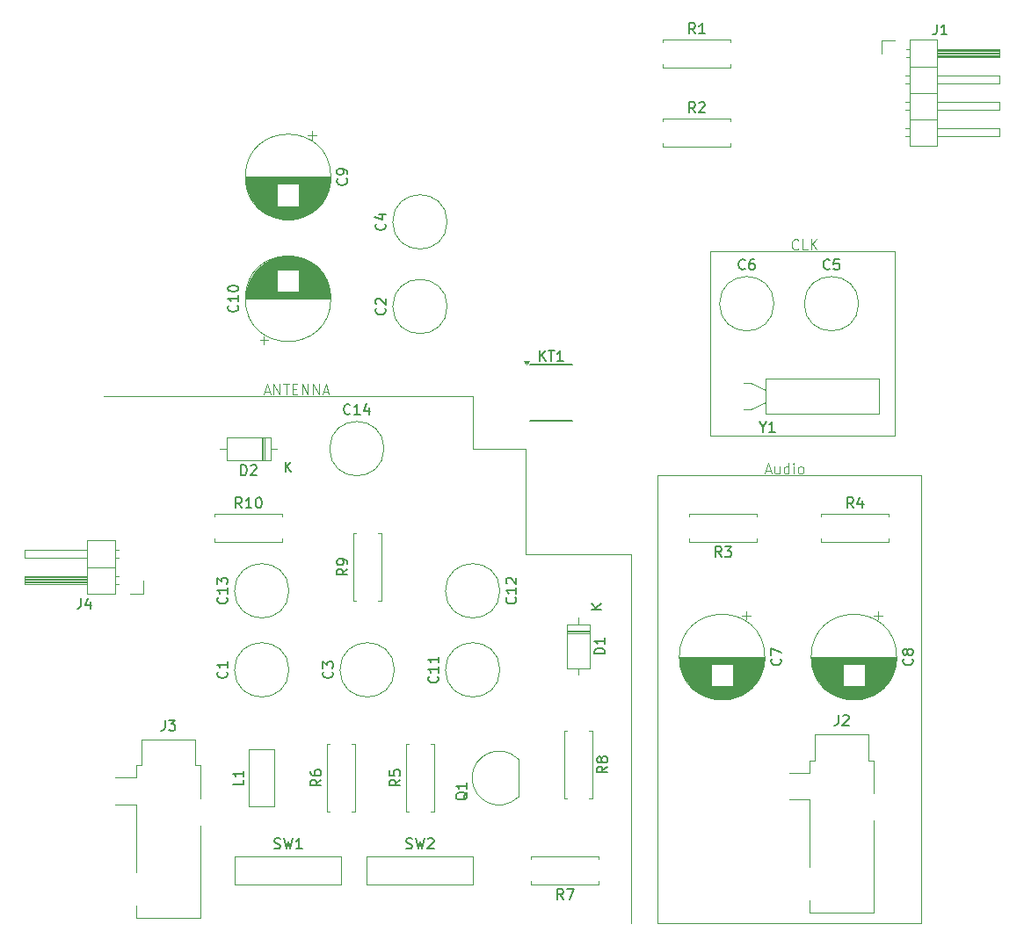
<source format=gbr>
%TF.GenerationSoftware,KiCad,Pcbnew,8.0.4*%
%TF.CreationDate,2024-11-30T00:07:58+09:00*%
%TF.ProjectId,radio_I2C,72616469-6f5f-4493-9243-2e6b69636164,rev?*%
%TF.SameCoordinates,Original*%
%TF.FileFunction,Legend,Top*%
%TF.FilePolarity,Positive*%
%FSLAX46Y46*%
G04 Gerber Fmt 4.6, Leading zero omitted, Abs format (unit mm)*
G04 Created by KiCad (PCBNEW 8.0.4) date 2024-11-30 00:07:58*
%MOMM*%
%LPD*%
G01*
G04 APERTURE LIST*
%ADD10C,0.100000*%
%ADD11C,0.150000*%
%ADD12C,0.120000*%
G04 APERTURE END LIST*
D10*
X170180000Y-67310000D02*
X187960000Y-67310000D01*
X187960000Y-85090000D01*
X170180000Y-85090000D01*
X170180000Y-67310000D01*
X152400000Y-96520000D02*
X162560000Y-96520000D01*
X111760000Y-81280000D02*
X147320000Y-81280000D01*
X162560000Y-96520000D02*
X162560000Y-132080000D01*
X152400000Y-86360000D02*
X152400000Y-93980000D01*
X165100000Y-88900000D02*
X190500000Y-88900000D01*
X190500000Y-132080000D01*
X165100000Y-132080000D01*
X165100000Y-88900000D01*
X152400000Y-93980000D02*
X152400000Y-96520000D01*
X147320000Y-86360000D02*
X152400000Y-86360000D01*
X147320000Y-81280000D02*
X147320000Y-86360000D01*
X127256265Y-80866704D02*
X127732455Y-80866704D01*
X127161027Y-81152419D02*
X127494360Y-80152419D01*
X127494360Y-80152419D02*
X127827693Y-81152419D01*
X128161027Y-81152419D02*
X128161027Y-80152419D01*
X128161027Y-80152419D02*
X128732455Y-81152419D01*
X128732455Y-81152419D02*
X128732455Y-80152419D01*
X129065789Y-80152419D02*
X129637217Y-80152419D01*
X129351503Y-81152419D02*
X129351503Y-80152419D01*
X129970551Y-80628609D02*
X130303884Y-80628609D01*
X130446741Y-81152419D02*
X129970551Y-81152419D01*
X129970551Y-81152419D02*
X129970551Y-80152419D01*
X129970551Y-80152419D02*
X130446741Y-80152419D01*
X130875313Y-81152419D02*
X130875313Y-80152419D01*
X130875313Y-80152419D02*
X131446741Y-81152419D01*
X131446741Y-81152419D02*
X131446741Y-80152419D01*
X131922932Y-81152419D02*
X131922932Y-80152419D01*
X131922932Y-80152419D02*
X132494360Y-81152419D01*
X132494360Y-81152419D02*
X132494360Y-80152419D01*
X132922932Y-80866704D02*
X133399122Y-80866704D01*
X132827694Y-81152419D02*
X133161027Y-80152419D01*
X133161027Y-80152419D02*
X133494360Y-81152419D01*
X175516265Y-88486704D02*
X175992455Y-88486704D01*
X175421027Y-88772419D02*
X175754360Y-87772419D01*
X175754360Y-87772419D02*
X176087693Y-88772419D01*
X176849598Y-88105752D02*
X176849598Y-88772419D01*
X176421027Y-88105752D02*
X176421027Y-88629561D01*
X176421027Y-88629561D02*
X176468646Y-88724800D01*
X176468646Y-88724800D02*
X176563884Y-88772419D01*
X176563884Y-88772419D02*
X176706741Y-88772419D01*
X176706741Y-88772419D02*
X176801979Y-88724800D01*
X176801979Y-88724800D02*
X176849598Y-88677180D01*
X177754360Y-88772419D02*
X177754360Y-87772419D01*
X177754360Y-88724800D02*
X177659122Y-88772419D01*
X177659122Y-88772419D02*
X177468646Y-88772419D01*
X177468646Y-88772419D02*
X177373408Y-88724800D01*
X177373408Y-88724800D02*
X177325789Y-88677180D01*
X177325789Y-88677180D02*
X177278170Y-88581942D01*
X177278170Y-88581942D02*
X177278170Y-88296228D01*
X177278170Y-88296228D02*
X177325789Y-88200990D01*
X177325789Y-88200990D02*
X177373408Y-88153371D01*
X177373408Y-88153371D02*
X177468646Y-88105752D01*
X177468646Y-88105752D02*
X177659122Y-88105752D01*
X177659122Y-88105752D02*
X177754360Y-88153371D01*
X178230551Y-88772419D02*
X178230551Y-88105752D01*
X178230551Y-87772419D02*
X178182932Y-87820038D01*
X178182932Y-87820038D02*
X178230551Y-87867657D01*
X178230551Y-87867657D02*
X178278170Y-87820038D01*
X178278170Y-87820038D02*
X178230551Y-87772419D01*
X178230551Y-87772419D02*
X178230551Y-87867657D01*
X178849598Y-88772419D02*
X178754360Y-88724800D01*
X178754360Y-88724800D02*
X178706741Y-88677180D01*
X178706741Y-88677180D02*
X178659122Y-88581942D01*
X178659122Y-88581942D02*
X178659122Y-88296228D01*
X178659122Y-88296228D02*
X178706741Y-88200990D01*
X178706741Y-88200990D02*
X178754360Y-88153371D01*
X178754360Y-88153371D02*
X178849598Y-88105752D01*
X178849598Y-88105752D02*
X178992455Y-88105752D01*
X178992455Y-88105752D02*
X179087693Y-88153371D01*
X179087693Y-88153371D02*
X179135312Y-88200990D01*
X179135312Y-88200990D02*
X179182931Y-88296228D01*
X179182931Y-88296228D02*
X179182931Y-88581942D01*
X179182931Y-88581942D02*
X179135312Y-88677180D01*
X179135312Y-88677180D02*
X179087693Y-88724800D01*
X179087693Y-88724800D02*
X178992455Y-88772419D01*
X178992455Y-88772419D02*
X178849598Y-88772419D01*
X178675312Y-67087180D02*
X178627693Y-67134800D01*
X178627693Y-67134800D02*
X178484836Y-67182419D01*
X178484836Y-67182419D02*
X178389598Y-67182419D01*
X178389598Y-67182419D02*
X178246741Y-67134800D01*
X178246741Y-67134800D02*
X178151503Y-67039561D01*
X178151503Y-67039561D02*
X178103884Y-66944323D01*
X178103884Y-66944323D02*
X178056265Y-66753847D01*
X178056265Y-66753847D02*
X178056265Y-66610990D01*
X178056265Y-66610990D02*
X178103884Y-66420514D01*
X178103884Y-66420514D02*
X178151503Y-66325276D01*
X178151503Y-66325276D02*
X178246741Y-66230038D01*
X178246741Y-66230038D02*
X178389598Y-66182419D01*
X178389598Y-66182419D02*
X178484836Y-66182419D01*
X178484836Y-66182419D02*
X178627693Y-66230038D01*
X178627693Y-66230038D02*
X178675312Y-66277657D01*
X179580074Y-67182419D02*
X179103884Y-67182419D01*
X179103884Y-67182419D02*
X179103884Y-66182419D01*
X179913408Y-67182419D02*
X179913408Y-66182419D01*
X180484836Y-67182419D02*
X180056265Y-66610990D01*
X180484836Y-66182419D02*
X179913408Y-66753847D01*
D11*
X189649580Y-106616666D02*
X189697200Y-106664285D01*
X189697200Y-106664285D02*
X189744819Y-106807142D01*
X189744819Y-106807142D02*
X189744819Y-106902380D01*
X189744819Y-106902380D02*
X189697200Y-107045237D01*
X189697200Y-107045237D02*
X189601961Y-107140475D01*
X189601961Y-107140475D02*
X189506723Y-107188094D01*
X189506723Y-107188094D02*
X189316247Y-107235713D01*
X189316247Y-107235713D02*
X189173390Y-107235713D01*
X189173390Y-107235713D02*
X188982914Y-107188094D01*
X188982914Y-107188094D02*
X188887676Y-107140475D01*
X188887676Y-107140475D02*
X188792438Y-107045237D01*
X188792438Y-107045237D02*
X188744819Y-106902380D01*
X188744819Y-106902380D02*
X188744819Y-106807142D01*
X188744819Y-106807142D02*
X188792438Y-106664285D01*
X188792438Y-106664285D02*
X188840057Y-106616666D01*
X189173390Y-106045237D02*
X189125771Y-106140475D01*
X189125771Y-106140475D02*
X189078152Y-106188094D01*
X189078152Y-106188094D02*
X188982914Y-106235713D01*
X188982914Y-106235713D02*
X188935295Y-106235713D01*
X188935295Y-106235713D02*
X188840057Y-106188094D01*
X188840057Y-106188094D02*
X188792438Y-106140475D01*
X188792438Y-106140475D02*
X188744819Y-106045237D01*
X188744819Y-106045237D02*
X188744819Y-105854761D01*
X188744819Y-105854761D02*
X188792438Y-105759523D01*
X188792438Y-105759523D02*
X188840057Y-105711904D01*
X188840057Y-105711904D02*
X188935295Y-105664285D01*
X188935295Y-105664285D02*
X188982914Y-105664285D01*
X188982914Y-105664285D02*
X189078152Y-105711904D01*
X189078152Y-105711904D02*
X189125771Y-105759523D01*
X189125771Y-105759523D02*
X189173390Y-105854761D01*
X189173390Y-105854761D02*
X189173390Y-106045237D01*
X189173390Y-106045237D02*
X189221009Y-106140475D01*
X189221009Y-106140475D02*
X189268628Y-106188094D01*
X189268628Y-106188094D02*
X189363866Y-106235713D01*
X189363866Y-106235713D02*
X189554342Y-106235713D01*
X189554342Y-106235713D02*
X189649580Y-106188094D01*
X189649580Y-106188094D02*
X189697200Y-106140475D01*
X189697200Y-106140475D02*
X189744819Y-106045237D01*
X189744819Y-106045237D02*
X189744819Y-105854761D01*
X189744819Y-105854761D02*
X189697200Y-105759523D01*
X189697200Y-105759523D02*
X189649580Y-105711904D01*
X189649580Y-105711904D02*
X189554342Y-105664285D01*
X189554342Y-105664285D02*
X189363866Y-105664285D01*
X189363866Y-105664285D02*
X189268628Y-105711904D01*
X189268628Y-105711904D02*
X189221009Y-105759523D01*
X189221009Y-105759523D02*
X189173390Y-105854761D01*
X109581666Y-100784819D02*
X109581666Y-101499104D01*
X109581666Y-101499104D02*
X109534047Y-101641961D01*
X109534047Y-101641961D02*
X109438809Y-101737200D01*
X109438809Y-101737200D02*
X109295952Y-101784819D01*
X109295952Y-101784819D02*
X109200714Y-101784819D01*
X110486428Y-101118152D02*
X110486428Y-101784819D01*
X110248333Y-100737200D02*
X110010238Y-101451485D01*
X110010238Y-101451485D02*
X110629285Y-101451485D01*
X124991905Y-88934819D02*
X124991905Y-87934819D01*
X124991905Y-87934819D02*
X125230000Y-87934819D01*
X125230000Y-87934819D02*
X125372857Y-87982438D01*
X125372857Y-87982438D02*
X125468095Y-88077676D01*
X125468095Y-88077676D02*
X125515714Y-88172914D01*
X125515714Y-88172914D02*
X125563333Y-88363390D01*
X125563333Y-88363390D02*
X125563333Y-88506247D01*
X125563333Y-88506247D02*
X125515714Y-88696723D01*
X125515714Y-88696723D02*
X125468095Y-88791961D01*
X125468095Y-88791961D02*
X125372857Y-88887200D01*
X125372857Y-88887200D02*
X125230000Y-88934819D01*
X125230000Y-88934819D02*
X124991905Y-88934819D01*
X125944286Y-88030057D02*
X125991905Y-87982438D01*
X125991905Y-87982438D02*
X126087143Y-87934819D01*
X126087143Y-87934819D02*
X126325238Y-87934819D01*
X126325238Y-87934819D02*
X126420476Y-87982438D01*
X126420476Y-87982438D02*
X126468095Y-88030057D01*
X126468095Y-88030057D02*
X126515714Y-88125295D01*
X126515714Y-88125295D02*
X126515714Y-88220533D01*
X126515714Y-88220533D02*
X126468095Y-88363390D01*
X126468095Y-88363390D02*
X125896667Y-88934819D01*
X125896667Y-88934819D02*
X126515714Y-88934819D01*
X129278095Y-88614819D02*
X129278095Y-87614819D01*
X129849523Y-88614819D02*
X129420952Y-88043390D01*
X129849523Y-87614819D02*
X129278095Y-88186247D01*
X140906667Y-124867200D02*
X141049524Y-124914819D01*
X141049524Y-124914819D02*
X141287619Y-124914819D01*
X141287619Y-124914819D02*
X141382857Y-124867200D01*
X141382857Y-124867200D02*
X141430476Y-124819580D01*
X141430476Y-124819580D02*
X141478095Y-124724342D01*
X141478095Y-124724342D02*
X141478095Y-124629104D01*
X141478095Y-124629104D02*
X141430476Y-124533866D01*
X141430476Y-124533866D02*
X141382857Y-124486247D01*
X141382857Y-124486247D02*
X141287619Y-124438628D01*
X141287619Y-124438628D02*
X141097143Y-124391009D01*
X141097143Y-124391009D02*
X141001905Y-124343390D01*
X141001905Y-124343390D02*
X140954286Y-124295771D01*
X140954286Y-124295771D02*
X140906667Y-124200533D01*
X140906667Y-124200533D02*
X140906667Y-124105295D01*
X140906667Y-124105295D02*
X140954286Y-124010057D01*
X140954286Y-124010057D02*
X141001905Y-123962438D01*
X141001905Y-123962438D02*
X141097143Y-123914819D01*
X141097143Y-123914819D02*
X141335238Y-123914819D01*
X141335238Y-123914819D02*
X141478095Y-123962438D01*
X141811429Y-123914819D02*
X142049524Y-124914819D01*
X142049524Y-124914819D02*
X142240000Y-124200533D01*
X142240000Y-124200533D02*
X142430476Y-124914819D01*
X142430476Y-124914819D02*
X142668572Y-123914819D01*
X143001905Y-124010057D02*
X143049524Y-123962438D01*
X143049524Y-123962438D02*
X143144762Y-123914819D01*
X143144762Y-123914819D02*
X143382857Y-123914819D01*
X143382857Y-123914819D02*
X143478095Y-123962438D01*
X143478095Y-123962438D02*
X143525714Y-124010057D01*
X143525714Y-124010057D02*
X143573333Y-124105295D01*
X143573333Y-124105295D02*
X143573333Y-124200533D01*
X143573333Y-124200533D02*
X143525714Y-124343390D01*
X143525714Y-124343390D02*
X142954286Y-124914819D01*
X142954286Y-124914819D02*
X143573333Y-124914819D01*
X173553333Y-68999580D02*
X173505714Y-69047200D01*
X173505714Y-69047200D02*
X173362857Y-69094819D01*
X173362857Y-69094819D02*
X173267619Y-69094819D01*
X173267619Y-69094819D02*
X173124762Y-69047200D01*
X173124762Y-69047200D02*
X173029524Y-68951961D01*
X173029524Y-68951961D02*
X172981905Y-68856723D01*
X172981905Y-68856723D02*
X172934286Y-68666247D01*
X172934286Y-68666247D02*
X172934286Y-68523390D01*
X172934286Y-68523390D02*
X172981905Y-68332914D01*
X172981905Y-68332914D02*
X173029524Y-68237676D01*
X173029524Y-68237676D02*
X173124762Y-68142438D01*
X173124762Y-68142438D02*
X173267619Y-68094819D01*
X173267619Y-68094819D02*
X173362857Y-68094819D01*
X173362857Y-68094819D02*
X173505714Y-68142438D01*
X173505714Y-68142438D02*
X173553333Y-68190057D01*
X174410476Y-68094819D02*
X174220000Y-68094819D01*
X174220000Y-68094819D02*
X174124762Y-68142438D01*
X174124762Y-68142438D02*
X174077143Y-68190057D01*
X174077143Y-68190057D02*
X173981905Y-68332914D01*
X173981905Y-68332914D02*
X173934286Y-68523390D01*
X173934286Y-68523390D02*
X173934286Y-68904342D01*
X173934286Y-68904342D02*
X173981905Y-68999580D01*
X173981905Y-68999580D02*
X174029524Y-69047200D01*
X174029524Y-69047200D02*
X174124762Y-69094819D01*
X174124762Y-69094819D02*
X174315238Y-69094819D01*
X174315238Y-69094819D02*
X174410476Y-69047200D01*
X174410476Y-69047200D02*
X174458095Y-68999580D01*
X174458095Y-68999580D02*
X174505714Y-68904342D01*
X174505714Y-68904342D02*
X174505714Y-68666247D01*
X174505714Y-68666247D02*
X174458095Y-68571009D01*
X174458095Y-68571009D02*
X174410476Y-68523390D01*
X174410476Y-68523390D02*
X174315238Y-68475771D01*
X174315238Y-68475771D02*
X174124762Y-68475771D01*
X174124762Y-68475771D02*
X174029524Y-68523390D01*
X174029524Y-68523390D02*
X173981905Y-68571009D01*
X173981905Y-68571009D02*
X173934286Y-68666247D01*
X181713333Y-68999580D02*
X181665714Y-69047200D01*
X181665714Y-69047200D02*
X181522857Y-69094819D01*
X181522857Y-69094819D02*
X181427619Y-69094819D01*
X181427619Y-69094819D02*
X181284762Y-69047200D01*
X181284762Y-69047200D02*
X181189524Y-68951961D01*
X181189524Y-68951961D02*
X181141905Y-68856723D01*
X181141905Y-68856723D02*
X181094286Y-68666247D01*
X181094286Y-68666247D02*
X181094286Y-68523390D01*
X181094286Y-68523390D02*
X181141905Y-68332914D01*
X181141905Y-68332914D02*
X181189524Y-68237676D01*
X181189524Y-68237676D02*
X181284762Y-68142438D01*
X181284762Y-68142438D02*
X181427619Y-68094819D01*
X181427619Y-68094819D02*
X181522857Y-68094819D01*
X181522857Y-68094819D02*
X181665714Y-68142438D01*
X181665714Y-68142438D02*
X181713333Y-68190057D01*
X182618095Y-68094819D02*
X182141905Y-68094819D01*
X182141905Y-68094819D02*
X182094286Y-68571009D01*
X182094286Y-68571009D02*
X182141905Y-68523390D01*
X182141905Y-68523390D02*
X182237143Y-68475771D01*
X182237143Y-68475771D02*
X182475238Y-68475771D01*
X182475238Y-68475771D02*
X182570476Y-68523390D01*
X182570476Y-68523390D02*
X182618095Y-68571009D01*
X182618095Y-68571009D02*
X182665714Y-68666247D01*
X182665714Y-68666247D02*
X182665714Y-68904342D01*
X182665714Y-68904342D02*
X182618095Y-68999580D01*
X182618095Y-68999580D02*
X182570476Y-69047200D01*
X182570476Y-69047200D02*
X182475238Y-69094819D01*
X182475238Y-69094819D02*
X182237143Y-69094819D01*
X182237143Y-69094819D02*
X182141905Y-69047200D01*
X182141905Y-69047200D02*
X182094286Y-68999580D01*
X135149580Y-60336666D02*
X135197200Y-60384285D01*
X135197200Y-60384285D02*
X135244819Y-60527142D01*
X135244819Y-60527142D02*
X135244819Y-60622380D01*
X135244819Y-60622380D02*
X135197200Y-60765237D01*
X135197200Y-60765237D02*
X135101961Y-60860475D01*
X135101961Y-60860475D02*
X135006723Y-60908094D01*
X135006723Y-60908094D02*
X134816247Y-60955713D01*
X134816247Y-60955713D02*
X134673390Y-60955713D01*
X134673390Y-60955713D02*
X134482914Y-60908094D01*
X134482914Y-60908094D02*
X134387676Y-60860475D01*
X134387676Y-60860475D02*
X134292438Y-60765237D01*
X134292438Y-60765237D02*
X134244819Y-60622380D01*
X134244819Y-60622380D02*
X134244819Y-60527142D01*
X134244819Y-60527142D02*
X134292438Y-60384285D01*
X134292438Y-60384285D02*
X134340057Y-60336666D01*
X135244819Y-59860475D02*
X135244819Y-59669999D01*
X135244819Y-59669999D02*
X135197200Y-59574761D01*
X135197200Y-59574761D02*
X135149580Y-59527142D01*
X135149580Y-59527142D02*
X135006723Y-59431904D01*
X135006723Y-59431904D02*
X134816247Y-59384285D01*
X134816247Y-59384285D02*
X134435295Y-59384285D01*
X134435295Y-59384285D02*
X134340057Y-59431904D01*
X134340057Y-59431904D02*
X134292438Y-59479523D01*
X134292438Y-59479523D02*
X134244819Y-59574761D01*
X134244819Y-59574761D02*
X134244819Y-59765237D01*
X134244819Y-59765237D02*
X134292438Y-59860475D01*
X134292438Y-59860475D02*
X134340057Y-59908094D01*
X134340057Y-59908094D02*
X134435295Y-59955713D01*
X134435295Y-59955713D02*
X134673390Y-59955713D01*
X134673390Y-59955713D02*
X134768628Y-59908094D01*
X134768628Y-59908094D02*
X134816247Y-59860475D01*
X134816247Y-59860475D02*
X134863866Y-59765237D01*
X134863866Y-59765237D02*
X134863866Y-59574761D01*
X134863866Y-59574761D02*
X134816247Y-59479523D01*
X134816247Y-59479523D02*
X134768628Y-59431904D01*
X134768628Y-59431904D02*
X134673390Y-59384285D01*
X192011666Y-45444819D02*
X192011666Y-46159104D01*
X192011666Y-46159104D02*
X191964047Y-46301961D01*
X191964047Y-46301961D02*
X191868809Y-46397200D01*
X191868809Y-46397200D02*
X191725952Y-46444819D01*
X191725952Y-46444819D02*
X191630714Y-46444819D01*
X193011666Y-46444819D02*
X192440238Y-46444819D01*
X192725952Y-46444819D02*
X192725952Y-45444819D01*
X192725952Y-45444819D02*
X192630714Y-45587676D01*
X192630714Y-45587676D02*
X192535476Y-45682914D01*
X192535476Y-45682914D02*
X192440238Y-45730533D01*
X175243809Y-84278628D02*
X175243809Y-84754819D01*
X174910476Y-83754819D02*
X175243809Y-84278628D01*
X175243809Y-84278628D02*
X175577142Y-83754819D01*
X176434285Y-84754819D02*
X175862857Y-84754819D01*
X176148571Y-84754819D02*
X176148571Y-83754819D01*
X176148571Y-83754819D02*
X176053333Y-83897676D01*
X176053333Y-83897676D02*
X175958095Y-83992914D01*
X175958095Y-83992914D02*
X175862857Y-84040533D01*
X133769580Y-107846666D02*
X133817200Y-107894285D01*
X133817200Y-107894285D02*
X133864819Y-108037142D01*
X133864819Y-108037142D02*
X133864819Y-108132380D01*
X133864819Y-108132380D02*
X133817200Y-108275237D01*
X133817200Y-108275237D02*
X133721961Y-108370475D01*
X133721961Y-108370475D02*
X133626723Y-108418094D01*
X133626723Y-108418094D02*
X133436247Y-108465713D01*
X133436247Y-108465713D02*
X133293390Y-108465713D01*
X133293390Y-108465713D02*
X133102914Y-108418094D01*
X133102914Y-108418094D02*
X133007676Y-108370475D01*
X133007676Y-108370475D02*
X132912438Y-108275237D01*
X132912438Y-108275237D02*
X132864819Y-108132380D01*
X132864819Y-108132380D02*
X132864819Y-108037142D01*
X132864819Y-108037142D02*
X132912438Y-107894285D01*
X132912438Y-107894285D02*
X132960057Y-107846666D01*
X132864819Y-107513332D02*
X132864819Y-106894285D01*
X132864819Y-106894285D02*
X133245771Y-107227618D01*
X133245771Y-107227618D02*
X133245771Y-107084761D01*
X133245771Y-107084761D02*
X133293390Y-106989523D01*
X133293390Y-106989523D02*
X133341009Y-106941904D01*
X133341009Y-106941904D02*
X133436247Y-106894285D01*
X133436247Y-106894285D02*
X133674342Y-106894285D01*
X133674342Y-106894285D02*
X133769580Y-106941904D01*
X133769580Y-106941904D02*
X133817200Y-106989523D01*
X133817200Y-106989523D02*
X133864819Y-107084761D01*
X133864819Y-107084761D02*
X133864819Y-107370475D01*
X133864819Y-107370475D02*
X133817200Y-107465713D01*
X133817200Y-107465713D02*
X133769580Y-107513332D01*
X128206667Y-124867200D02*
X128349524Y-124914819D01*
X128349524Y-124914819D02*
X128587619Y-124914819D01*
X128587619Y-124914819D02*
X128682857Y-124867200D01*
X128682857Y-124867200D02*
X128730476Y-124819580D01*
X128730476Y-124819580D02*
X128778095Y-124724342D01*
X128778095Y-124724342D02*
X128778095Y-124629104D01*
X128778095Y-124629104D02*
X128730476Y-124533866D01*
X128730476Y-124533866D02*
X128682857Y-124486247D01*
X128682857Y-124486247D02*
X128587619Y-124438628D01*
X128587619Y-124438628D02*
X128397143Y-124391009D01*
X128397143Y-124391009D02*
X128301905Y-124343390D01*
X128301905Y-124343390D02*
X128254286Y-124295771D01*
X128254286Y-124295771D02*
X128206667Y-124200533D01*
X128206667Y-124200533D02*
X128206667Y-124105295D01*
X128206667Y-124105295D02*
X128254286Y-124010057D01*
X128254286Y-124010057D02*
X128301905Y-123962438D01*
X128301905Y-123962438D02*
X128397143Y-123914819D01*
X128397143Y-123914819D02*
X128635238Y-123914819D01*
X128635238Y-123914819D02*
X128778095Y-123962438D01*
X129111429Y-123914819D02*
X129349524Y-124914819D01*
X129349524Y-124914819D02*
X129540000Y-124200533D01*
X129540000Y-124200533D02*
X129730476Y-124914819D01*
X129730476Y-124914819D02*
X129968572Y-123914819D01*
X130873333Y-124914819D02*
X130301905Y-124914819D01*
X130587619Y-124914819D02*
X130587619Y-123914819D01*
X130587619Y-123914819D02*
X130492381Y-124057676D01*
X130492381Y-124057676D02*
X130397143Y-124152914D01*
X130397143Y-124152914D02*
X130301905Y-124200533D01*
X125234819Y-118276666D02*
X125234819Y-118752856D01*
X125234819Y-118752856D02*
X124234819Y-118752856D01*
X125234819Y-117419523D02*
X125234819Y-117990951D01*
X125234819Y-117705237D02*
X124234819Y-117705237D01*
X124234819Y-117705237D02*
X124377676Y-117800475D01*
X124377676Y-117800475D02*
X124472914Y-117895713D01*
X124472914Y-117895713D02*
X124520533Y-117990951D01*
X125087142Y-92064819D02*
X124753809Y-91588628D01*
X124515714Y-92064819D02*
X124515714Y-91064819D01*
X124515714Y-91064819D02*
X124896666Y-91064819D01*
X124896666Y-91064819D02*
X124991904Y-91112438D01*
X124991904Y-91112438D02*
X125039523Y-91160057D01*
X125039523Y-91160057D02*
X125087142Y-91255295D01*
X125087142Y-91255295D02*
X125087142Y-91398152D01*
X125087142Y-91398152D02*
X125039523Y-91493390D01*
X125039523Y-91493390D02*
X124991904Y-91541009D01*
X124991904Y-91541009D02*
X124896666Y-91588628D01*
X124896666Y-91588628D02*
X124515714Y-91588628D01*
X126039523Y-92064819D02*
X125468095Y-92064819D01*
X125753809Y-92064819D02*
X125753809Y-91064819D01*
X125753809Y-91064819D02*
X125658571Y-91207676D01*
X125658571Y-91207676D02*
X125563333Y-91302914D01*
X125563333Y-91302914D02*
X125468095Y-91350533D01*
X126658571Y-91064819D02*
X126753809Y-91064819D01*
X126753809Y-91064819D02*
X126849047Y-91112438D01*
X126849047Y-91112438D02*
X126896666Y-91160057D01*
X126896666Y-91160057D02*
X126944285Y-91255295D01*
X126944285Y-91255295D02*
X126991904Y-91445771D01*
X126991904Y-91445771D02*
X126991904Y-91683866D01*
X126991904Y-91683866D02*
X126944285Y-91874342D01*
X126944285Y-91874342D02*
X126896666Y-91969580D01*
X126896666Y-91969580D02*
X126849047Y-92017200D01*
X126849047Y-92017200D02*
X126753809Y-92064819D01*
X126753809Y-92064819D02*
X126658571Y-92064819D01*
X126658571Y-92064819D02*
X126563333Y-92017200D01*
X126563333Y-92017200D02*
X126515714Y-91969580D01*
X126515714Y-91969580D02*
X126468095Y-91874342D01*
X126468095Y-91874342D02*
X126420476Y-91683866D01*
X126420476Y-91683866D02*
X126420476Y-91445771D01*
X126420476Y-91445771D02*
X126468095Y-91255295D01*
X126468095Y-91255295D02*
X126515714Y-91160057D01*
X126515714Y-91160057D02*
X126563333Y-91112438D01*
X126563333Y-91112438D02*
X126658571Y-91064819D01*
X160304819Y-117006666D02*
X159828628Y-117339999D01*
X160304819Y-117578094D02*
X159304819Y-117578094D01*
X159304819Y-117578094D02*
X159304819Y-117197142D01*
X159304819Y-117197142D02*
X159352438Y-117101904D01*
X159352438Y-117101904D02*
X159400057Y-117054285D01*
X159400057Y-117054285D02*
X159495295Y-117006666D01*
X159495295Y-117006666D02*
X159638152Y-117006666D01*
X159638152Y-117006666D02*
X159733390Y-117054285D01*
X159733390Y-117054285D02*
X159781009Y-117101904D01*
X159781009Y-117101904D02*
X159828628Y-117197142D01*
X159828628Y-117197142D02*
X159828628Y-117578094D01*
X159733390Y-116435237D02*
X159685771Y-116530475D01*
X159685771Y-116530475D02*
X159638152Y-116578094D01*
X159638152Y-116578094D02*
X159542914Y-116625713D01*
X159542914Y-116625713D02*
X159495295Y-116625713D01*
X159495295Y-116625713D02*
X159400057Y-116578094D01*
X159400057Y-116578094D02*
X159352438Y-116530475D01*
X159352438Y-116530475D02*
X159304819Y-116435237D01*
X159304819Y-116435237D02*
X159304819Y-116244761D01*
X159304819Y-116244761D02*
X159352438Y-116149523D01*
X159352438Y-116149523D02*
X159400057Y-116101904D01*
X159400057Y-116101904D02*
X159495295Y-116054285D01*
X159495295Y-116054285D02*
X159542914Y-116054285D01*
X159542914Y-116054285D02*
X159638152Y-116101904D01*
X159638152Y-116101904D02*
X159685771Y-116149523D01*
X159685771Y-116149523D02*
X159733390Y-116244761D01*
X159733390Y-116244761D02*
X159733390Y-116435237D01*
X159733390Y-116435237D02*
X159781009Y-116530475D01*
X159781009Y-116530475D02*
X159828628Y-116578094D01*
X159828628Y-116578094D02*
X159923866Y-116625713D01*
X159923866Y-116625713D02*
X160114342Y-116625713D01*
X160114342Y-116625713D02*
X160209580Y-116578094D01*
X160209580Y-116578094D02*
X160257200Y-116530475D01*
X160257200Y-116530475D02*
X160304819Y-116435237D01*
X160304819Y-116435237D02*
X160304819Y-116244761D01*
X160304819Y-116244761D02*
X160257200Y-116149523D01*
X160257200Y-116149523D02*
X160209580Y-116101904D01*
X160209580Y-116101904D02*
X160114342Y-116054285D01*
X160114342Y-116054285D02*
X159923866Y-116054285D01*
X159923866Y-116054285D02*
X159828628Y-116101904D01*
X159828628Y-116101904D02*
X159781009Y-116149523D01*
X159781009Y-116149523D02*
X159733390Y-116244761D01*
X168743333Y-46344819D02*
X168410000Y-45868628D01*
X168171905Y-46344819D02*
X168171905Y-45344819D01*
X168171905Y-45344819D02*
X168552857Y-45344819D01*
X168552857Y-45344819D02*
X168648095Y-45392438D01*
X168648095Y-45392438D02*
X168695714Y-45440057D01*
X168695714Y-45440057D02*
X168743333Y-45535295D01*
X168743333Y-45535295D02*
X168743333Y-45678152D01*
X168743333Y-45678152D02*
X168695714Y-45773390D01*
X168695714Y-45773390D02*
X168648095Y-45821009D01*
X168648095Y-45821009D02*
X168552857Y-45868628D01*
X168552857Y-45868628D02*
X168171905Y-45868628D01*
X169695714Y-46344819D02*
X169124286Y-46344819D01*
X169410000Y-46344819D02*
X169410000Y-45344819D01*
X169410000Y-45344819D02*
X169314762Y-45487676D01*
X169314762Y-45487676D02*
X169219524Y-45582914D01*
X169219524Y-45582914D02*
X169124286Y-45630533D01*
X182546666Y-112054819D02*
X182546666Y-112769104D01*
X182546666Y-112769104D02*
X182499047Y-112911961D01*
X182499047Y-112911961D02*
X182403809Y-113007200D01*
X182403809Y-113007200D02*
X182260952Y-113054819D01*
X182260952Y-113054819D02*
X182165714Y-113054819D01*
X182975238Y-112150057D02*
X183022857Y-112102438D01*
X183022857Y-112102438D02*
X183118095Y-112054819D01*
X183118095Y-112054819D02*
X183356190Y-112054819D01*
X183356190Y-112054819D02*
X183451428Y-112102438D01*
X183451428Y-112102438D02*
X183499047Y-112150057D01*
X183499047Y-112150057D02*
X183546666Y-112245295D01*
X183546666Y-112245295D02*
X183546666Y-112340533D01*
X183546666Y-112340533D02*
X183499047Y-112483390D01*
X183499047Y-112483390D02*
X182927619Y-113054819D01*
X182927619Y-113054819D02*
X183546666Y-113054819D01*
X138849580Y-72826666D02*
X138897200Y-72874285D01*
X138897200Y-72874285D02*
X138944819Y-73017142D01*
X138944819Y-73017142D02*
X138944819Y-73112380D01*
X138944819Y-73112380D02*
X138897200Y-73255237D01*
X138897200Y-73255237D02*
X138801961Y-73350475D01*
X138801961Y-73350475D02*
X138706723Y-73398094D01*
X138706723Y-73398094D02*
X138516247Y-73445713D01*
X138516247Y-73445713D02*
X138373390Y-73445713D01*
X138373390Y-73445713D02*
X138182914Y-73398094D01*
X138182914Y-73398094D02*
X138087676Y-73350475D01*
X138087676Y-73350475D02*
X137992438Y-73255237D01*
X137992438Y-73255237D02*
X137944819Y-73112380D01*
X137944819Y-73112380D02*
X137944819Y-73017142D01*
X137944819Y-73017142D02*
X137992438Y-72874285D01*
X137992438Y-72874285D02*
X138040057Y-72826666D01*
X138040057Y-72445713D02*
X137992438Y-72398094D01*
X137992438Y-72398094D02*
X137944819Y-72302856D01*
X137944819Y-72302856D02*
X137944819Y-72064761D01*
X137944819Y-72064761D02*
X137992438Y-71969523D01*
X137992438Y-71969523D02*
X138040057Y-71921904D01*
X138040057Y-71921904D02*
X138135295Y-71874285D01*
X138135295Y-71874285D02*
X138230533Y-71874285D01*
X138230533Y-71874285D02*
X138373390Y-71921904D01*
X138373390Y-71921904D02*
X138944819Y-72493332D01*
X138944819Y-72493332D02*
X138944819Y-71874285D01*
X151429580Y-100702857D02*
X151477200Y-100750476D01*
X151477200Y-100750476D02*
X151524819Y-100893333D01*
X151524819Y-100893333D02*
X151524819Y-100988571D01*
X151524819Y-100988571D02*
X151477200Y-101131428D01*
X151477200Y-101131428D02*
X151381961Y-101226666D01*
X151381961Y-101226666D02*
X151286723Y-101274285D01*
X151286723Y-101274285D02*
X151096247Y-101321904D01*
X151096247Y-101321904D02*
X150953390Y-101321904D01*
X150953390Y-101321904D02*
X150762914Y-101274285D01*
X150762914Y-101274285D02*
X150667676Y-101226666D01*
X150667676Y-101226666D02*
X150572438Y-101131428D01*
X150572438Y-101131428D02*
X150524819Y-100988571D01*
X150524819Y-100988571D02*
X150524819Y-100893333D01*
X150524819Y-100893333D02*
X150572438Y-100750476D01*
X150572438Y-100750476D02*
X150620057Y-100702857D01*
X151524819Y-99750476D02*
X151524819Y-100321904D01*
X151524819Y-100036190D02*
X150524819Y-100036190D01*
X150524819Y-100036190D02*
X150667676Y-100131428D01*
X150667676Y-100131428D02*
X150762914Y-100226666D01*
X150762914Y-100226666D02*
X150810533Y-100321904D01*
X150620057Y-99369523D02*
X150572438Y-99321904D01*
X150572438Y-99321904D02*
X150524819Y-99226666D01*
X150524819Y-99226666D02*
X150524819Y-98988571D01*
X150524819Y-98988571D02*
X150572438Y-98893333D01*
X150572438Y-98893333D02*
X150620057Y-98845714D01*
X150620057Y-98845714D02*
X150715295Y-98798095D01*
X150715295Y-98798095D02*
X150810533Y-98798095D01*
X150810533Y-98798095D02*
X150953390Y-98845714D01*
X150953390Y-98845714D02*
X151524819Y-99417142D01*
X151524819Y-99417142D02*
X151524819Y-98798095D01*
X138849580Y-64666666D02*
X138897200Y-64714285D01*
X138897200Y-64714285D02*
X138944819Y-64857142D01*
X138944819Y-64857142D02*
X138944819Y-64952380D01*
X138944819Y-64952380D02*
X138897200Y-65095237D01*
X138897200Y-65095237D02*
X138801961Y-65190475D01*
X138801961Y-65190475D02*
X138706723Y-65238094D01*
X138706723Y-65238094D02*
X138516247Y-65285713D01*
X138516247Y-65285713D02*
X138373390Y-65285713D01*
X138373390Y-65285713D02*
X138182914Y-65238094D01*
X138182914Y-65238094D02*
X138087676Y-65190475D01*
X138087676Y-65190475D02*
X137992438Y-65095237D01*
X137992438Y-65095237D02*
X137944819Y-64952380D01*
X137944819Y-64952380D02*
X137944819Y-64857142D01*
X137944819Y-64857142D02*
X137992438Y-64714285D01*
X137992438Y-64714285D02*
X138040057Y-64666666D01*
X138278152Y-63809523D02*
X138944819Y-63809523D01*
X137897200Y-64047618D02*
X138611485Y-64285713D01*
X138611485Y-64285713D02*
X138611485Y-63666666D01*
X153760952Y-77917319D02*
X153760952Y-76917319D01*
X154332380Y-77917319D02*
X153903809Y-77345890D01*
X154332380Y-76917319D02*
X153760952Y-77488747D01*
X154618095Y-76917319D02*
X155189523Y-76917319D01*
X154903809Y-77917319D02*
X154903809Y-76917319D01*
X156046666Y-77917319D02*
X155475238Y-77917319D01*
X155760952Y-77917319D02*
X155760952Y-76917319D01*
X155760952Y-76917319D02*
X155665714Y-77060176D01*
X155665714Y-77060176D02*
X155570476Y-77155414D01*
X155570476Y-77155414D02*
X155475238Y-77203033D01*
X143929580Y-108322857D02*
X143977200Y-108370476D01*
X143977200Y-108370476D02*
X144024819Y-108513333D01*
X144024819Y-108513333D02*
X144024819Y-108608571D01*
X144024819Y-108608571D02*
X143977200Y-108751428D01*
X143977200Y-108751428D02*
X143881961Y-108846666D01*
X143881961Y-108846666D02*
X143786723Y-108894285D01*
X143786723Y-108894285D02*
X143596247Y-108941904D01*
X143596247Y-108941904D02*
X143453390Y-108941904D01*
X143453390Y-108941904D02*
X143262914Y-108894285D01*
X143262914Y-108894285D02*
X143167676Y-108846666D01*
X143167676Y-108846666D02*
X143072438Y-108751428D01*
X143072438Y-108751428D02*
X143024819Y-108608571D01*
X143024819Y-108608571D02*
X143024819Y-108513333D01*
X143024819Y-108513333D02*
X143072438Y-108370476D01*
X143072438Y-108370476D02*
X143120057Y-108322857D01*
X144024819Y-107370476D02*
X144024819Y-107941904D01*
X144024819Y-107656190D02*
X143024819Y-107656190D01*
X143024819Y-107656190D02*
X143167676Y-107751428D01*
X143167676Y-107751428D02*
X143262914Y-107846666D01*
X143262914Y-107846666D02*
X143310533Y-107941904D01*
X144024819Y-106418095D02*
X144024819Y-106989523D01*
X144024819Y-106703809D02*
X143024819Y-106703809D01*
X143024819Y-106703809D02*
X143167676Y-106799047D01*
X143167676Y-106799047D02*
X143262914Y-106894285D01*
X143262914Y-106894285D02*
X143310533Y-106989523D01*
X123609580Y-100702857D02*
X123657200Y-100750476D01*
X123657200Y-100750476D02*
X123704819Y-100893333D01*
X123704819Y-100893333D02*
X123704819Y-100988571D01*
X123704819Y-100988571D02*
X123657200Y-101131428D01*
X123657200Y-101131428D02*
X123561961Y-101226666D01*
X123561961Y-101226666D02*
X123466723Y-101274285D01*
X123466723Y-101274285D02*
X123276247Y-101321904D01*
X123276247Y-101321904D02*
X123133390Y-101321904D01*
X123133390Y-101321904D02*
X122942914Y-101274285D01*
X122942914Y-101274285D02*
X122847676Y-101226666D01*
X122847676Y-101226666D02*
X122752438Y-101131428D01*
X122752438Y-101131428D02*
X122704819Y-100988571D01*
X122704819Y-100988571D02*
X122704819Y-100893333D01*
X122704819Y-100893333D02*
X122752438Y-100750476D01*
X122752438Y-100750476D02*
X122800057Y-100702857D01*
X123704819Y-99750476D02*
X123704819Y-100321904D01*
X123704819Y-100036190D02*
X122704819Y-100036190D01*
X122704819Y-100036190D02*
X122847676Y-100131428D01*
X122847676Y-100131428D02*
X122942914Y-100226666D01*
X122942914Y-100226666D02*
X122990533Y-100321904D01*
X122704819Y-99417142D02*
X122704819Y-98798095D01*
X122704819Y-98798095D02*
X123085771Y-99131428D01*
X123085771Y-99131428D02*
X123085771Y-98988571D01*
X123085771Y-98988571D02*
X123133390Y-98893333D01*
X123133390Y-98893333D02*
X123181009Y-98845714D01*
X123181009Y-98845714D02*
X123276247Y-98798095D01*
X123276247Y-98798095D02*
X123514342Y-98798095D01*
X123514342Y-98798095D02*
X123609580Y-98845714D01*
X123609580Y-98845714D02*
X123657200Y-98893333D01*
X123657200Y-98893333D02*
X123704819Y-98988571D01*
X123704819Y-98988571D02*
X123704819Y-99274285D01*
X123704819Y-99274285D02*
X123657200Y-99369523D01*
X123657200Y-99369523D02*
X123609580Y-99417142D01*
X176949580Y-106616666D02*
X176997200Y-106664285D01*
X176997200Y-106664285D02*
X177044819Y-106807142D01*
X177044819Y-106807142D02*
X177044819Y-106902380D01*
X177044819Y-106902380D02*
X176997200Y-107045237D01*
X176997200Y-107045237D02*
X176901961Y-107140475D01*
X176901961Y-107140475D02*
X176806723Y-107188094D01*
X176806723Y-107188094D02*
X176616247Y-107235713D01*
X176616247Y-107235713D02*
X176473390Y-107235713D01*
X176473390Y-107235713D02*
X176282914Y-107188094D01*
X176282914Y-107188094D02*
X176187676Y-107140475D01*
X176187676Y-107140475D02*
X176092438Y-107045237D01*
X176092438Y-107045237D02*
X176044819Y-106902380D01*
X176044819Y-106902380D02*
X176044819Y-106807142D01*
X176044819Y-106807142D02*
X176092438Y-106664285D01*
X176092438Y-106664285D02*
X176140057Y-106616666D01*
X176044819Y-106283332D02*
X176044819Y-105616666D01*
X176044819Y-105616666D02*
X177044819Y-106045237D01*
X123609580Y-107846666D02*
X123657200Y-107894285D01*
X123657200Y-107894285D02*
X123704819Y-108037142D01*
X123704819Y-108037142D02*
X123704819Y-108132380D01*
X123704819Y-108132380D02*
X123657200Y-108275237D01*
X123657200Y-108275237D02*
X123561961Y-108370475D01*
X123561961Y-108370475D02*
X123466723Y-108418094D01*
X123466723Y-108418094D02*
X123276247Y-108465713D01*
X123276247Y-108465713D02*
X123133390Y-108465713D01*
X123133390Y-108465713D02*
X122942914Y-108418094D01*
X122942914Y-108418094D02*
X122847676Y-108370475D01*
X122847676Y-108370475D02*
X122752438Y-108275237D01*
X122752438Y-108275237D02*
X122704819Y-108132380D01*
X122704819Y-108132380D02*
X122704819Y-108037142D01*
X122704819Y-108037142D02*
X122752438Y-107894285D01*
X122752438Y-107894285D02*
X122800057Y-107846666D01*
X123704819Y-106894285D02*
X123704819Y-107465713D01*
X123704819Y-107179999D02*
X122704819Y-107179999D01*
X122704819Y-107179999D02*
X122847676Y-107275237D01*
X122847676Y-107275237D02*
X122942914Y-107370475D01*
X122942914Y-107370475D02*
X122990533Y-107465713D01*
X124649580Y-72552857D02*
X124697200Y-72600476D01*
X124697200Y-72600476D02*
X124744819Y-72743333D01*
X124744819Y-72743333D02*
X124744819Y-72838571D01*
X124744819Y-72838571D02*
X124697200Y-72981428D01*
X124697200Y-72981428D02*
X124601961Y-73076666D01*
X124601961Y-73076666D02*
X124506723Y-73124285D01*
X124506723Y-73124285D02*
X124316247Y-73171904D01*
X124316247Y-73171904D02*
X124173390Y-73171904D01*
X124173390Y-73171904D02*
X123982914Y-73124285D01*
X123982914Y-73124285D02*
X123887676Y-73076666D01*
X123887676Y-73076666D02*
X123792438Y-72981428D01*
X123792438Y-72981428D02*
X123744819Y-72838571D01*
X123744819Y-72838571D02*
X123744819Y-72743333D01*
X123744819Y-72743333D02*
X123792438Y-72600476D01*
X123792438Y-72600476D02*
X123840057Y-72552857D01*
X124744819Y-71600476D02*
X124744819Y-72171904D01*
X124744819Y-71886190D02*
X123744819Y-71886190D01*
X123744819Y-71886190D02*
X123887676Y-71981428D01*
X123887676Y-71981428D02*
X123982914Y-72076666D01*
X123982914Y-72076666D02*
X124030533Y-72171904D01*
X123744819Y-70981428D02*
X123744819Y-70886190D01*
X123744819Y-70886190D02*
X123792438Y-70790952D01*
X123792438Y-70790952D02*
X123840057Y-70743333D01*
X123840057Y-70743333D02*
X123935295Y-70695714D01*
X123935295Y-70695714D02*
X124125771Y-70648095D01*
X124125771Y-70648095D02*
X124363866Y-70648095D01*
X124363866Y-70648095D02*
X124554342Y-70695714D01*
X124554342Y-70695714D02*
X124649580Y-70743333D01*
X124649580Y-70743333D02*
X124697200Y-70790952D01*
X124697200Y-70790952D02*
X124744819Y-70886190D01*
X124744819Y-70886190D02*
X124744819Y-70981428D01*
X124744819Y-70981428D02*
X124697200Y-71076666D01*
X124697200Y-71076666D02*
X124649580Y-71124285D01*
X124649580Y-71124285D02*
X124554342Y-71171904D01*
X124554342Y-71171904D02*
X124363866Y-71219523D01*
X124363866Y-71219523D02*
X124125771Y-71219523D01*
X124125771Y-71219523D02*
X123935295Y-71171904D01*
X123935295Y-71171904D02*
X123840057Y-71124285D01*
X123840057Y-71124285D02*
X123792438Y-71076666D01*
X123792438Y-71076666D02*
X123744819Y-70981428D01*
X146820057Y-119475238D02*
X146772438Y-119570476D01*
X146772438Y-119570476D02*
X146677200Y-119665714D01*
X146677200Y-119665714D02*
X146534342Y-119808571D01*
X146534342Y-119808571D02*
X146486723Y-119903809D01*
X146486723Y-119903809D02*
X146486723Y-119999047D01*
X146724819Y-119951428D02*
X146677200Y-120046666D01*
X146677200Y-120046666D02*
X146581961Y-120141904D01*
X146581961Y-120141904D02*
X146391485Y-120189523D01*
X146391485Y-120189523D02*
X146058152Y-120189523D01*
X146058152Y-120189523D02*
X145867676Y-120141904D01*
X145867676Y-120141904D02*
X145772438Y-120046666D01*
X145772438Y-120046666D02*
X145724819Y-119951428D01*
X145724819Y-119951428D02*
X145724819Y-119760952D01*
X145724819Y-119760952D02*
X145772438Y-119665714D01*
X145772438Y-119665714D02*
X145867676Y-119570476D01*
X145867676Y-119570476D02*
X146058152Y-119522857D01*
X146058152Y-119522857D02*
X146391485Y-119522857D01*
X146391485Y-119522857D02*
X146581961Y-119570476D01*
X146581961Y-119570476D02*
X146677200Y-119665714D01*
X146677200Y-119665714D02*
X146724819Y-119760952D01*
X146724819Y-119760952D02*
X146724819Y-119951428D01*
X146724819Y-118570476D02*
X146724819Y-119141904D01*
X146724819Y-118856190D02*
X145724819Y-118856190D01*
X145724819Y-118856190D02*
X145867676Y-118951428D01*
X145867676Y-118951428D02*
X145962914Y-119046666D01*
X145962914Y-119046666D02*
X146010533Y-119141904D01*
X168743333Y-53964819D02*
X168410000Y-53488628D01*
X168171905Y-53964819D02*
X168171905Y-52964819D01*
X168171905Y-52964819D02*
X168552857Y-52964819D01*
X168552857Y-52964819D02*
X168648095Y-53012438D01*
X168648095Y-53012438D02*
X168695714Y-53060057D01*
X168695714Y-53060057D02*
X168743333Y-53155295D01*
X168743333Y-53155295D02*
X168743333Y-53298152D01*
X168743333Y-53298152D02*
X168695714Y-53393390D01*
X168695714Y-53393390D02*
X168648095Y-53441009D01*
X168648095Y-53441009D02*
X168552857Y-53488628D01*
X168552857Y-53488628D02*
X168171905Y-53488628D01*
X169124286Y-53060057D02*
X169171905Y-53012438D01*
X169171905Y-53012438D02*
X169267143Y-52964819D01*
X169267143Y-52964819D02*
X169505238Y-52964819D01*
X169505238Y-52964819D02*
X169600476Y-53012438D01*
X169600476Y-53012438D02*
X169648095Y-53060057D01*
X169648095Y-53060057D02*
X169695714Y-53155295D01*
X169695714Y-53155295D02*
X169695714Y-53250533D01*
X169695714Y-53250533D02*
X169648095Y-53393390D01*
X169648095Y-53393390D02*
X169076667Y-53964819D01*
X169076667Y-53964819D02*
X169695714Y-53964819D01*
X160054819Y-106148094D02*
X159054819Y-106148094D01*
X159054819Y-106148094D02*
X159054819Y-105909999D01*
X159054819Y-105909999D02*
X159102438Y-105767142D01*
X159102438Y-105767142D02*
X159197676Y-105671904D01*
X159197676Y-105671904D02*
X159292914Y-105624285D01*
X159292914Y-105624285D02*
X159483390Y-105576666D01*
X159483390Y-105576666D02*
X159626247Y-105576666D01*
X159626247Y-105576666D02*
X159816723Y-105624285D01*
X159816723Y-105624285D02*
X159911961Y-105671904D01*
X159911961Y-105671904D02*
X160007200Y-105767142D01*
X160007200Y-105767142D02*
X160054819Y-105909999D01*
X160054819Y-105909999D02*
X160054819Y-106148094D01*
X160054819Y-104624285D02*
X160054819Y-105195713D01*
X160054819Y-104909999D02*
X159054819Y-104909999D01*
X159054819Y-104909999D02*
X159197676Y-105005237D01*
X159197676Y-105005237D02*
X159292914Y-105100475D01*
X159292914Y-105100475D02*
X159340533Y-105195713D01*
X159734819Y-101861904D02*
X158734819Y-101861904D01*
X159734819Y-101290476D02*
X159163390Y-101719047D01*
X158734819Y-101290476D02*
X159306247Y-101861904D01*
X135517142Y-82969580D02*
X135469523Y-83017200D01*
X135469523Y-83017200D02*
X135326666Y-83064819D01*
X135326666Y-83064819D02*
X135231428Y-83064819D01*
X135231428Y-83064819D02*
X135088571Y-83017200D01*
X135088571Y-83017200D02*
X134993333Y-82921961D01*
X134993333Y-82921961D02*
X134945714Y-82826723D01*
X134945714Y-82826723D02*
X134898095Y-82636247D01*
X134898095Y-82636247D02*
X134898095Y-82493390D01*
X134898095Y-82493390D02*
X134945714Y-82302914D01*
X134945714Y-82302914D02*
X134993333Y-82207676D01*
X134993333Y-82207676D02*
X135088571Y-82112438D01*
X135088571Y-82112438D02*
X135231428Y-82064819D01*
X135231428Y-82064819D02*
X135326666Y-82064819D01*
X135326666Y-82064819D02*
X135469523Y-82112438D01*
X135469523Y-82112438D02*
X135517142Y-82160057D01*
X136469523Y-83064819D02*
X135898095Y-83064819D01*
X136183809Y-83064819D02*
X136183809Y-82064819D01*
X136183809Y-82064819D02*
X136088571Y-82207676D01*
X136088571Y-82207676D02*
X135993333Y-82302914D01*
X135993333Y-82302914D02*
X135898095Y-82350533D01*
X137326666Y-82398152D02*
X137326666Y-83064819D01*
X137088571Y-82017200D02*
X136850476Y-82731485D01*
X136850476Y-82731485D02*
X137469523Y-82731485D01*
X135244819Y-97956666D02*
X134768628Y-98289999D01*
X135244819Y-98528094D02*
X134244819Y-98528094D01*
X134244819Y-98528094D02*
X134244819Y-98147142D01*
X134244819Y-98147142D02*
X134292438Y-98051904D01*
X134292438Y-98051904D02*
X134340057Y-98004285D01*
X134340057Y-98004285D02*
X134435295Y-97956666D01*
X134435295Y-97956666D02*
X134578152Y-97956666D01*
X134578152Y-97956666D02*
X134673390Y-98004285D01*
X134673390Y-98004285D02*
X134721009Y-98051904D01*
X134721009Y-98051904D02*
X134768628Y-98147142D01*
X134768628Y-98147142D02*
X134768628Y-98528094D01*
X135244819Y-97480475D02*
X135244819Y-97289999D01*
X135244819Y-97289999D02*
X135197200Y-97194761D01*
X135197200Y-97194761D02*
X135149580Y-97147142D01*
X135149580Y-97147142D02*
X135006723Y-97051904D01*
X135006723Y-97051904D02*
X134816247Y-97004285D01*
X134816247Y-97004285D02*
X134435295Y-97004285D01*
X134435295Y-97004285D02*
X134340057Y-97051904D01*
X134340057Y-97051904D02*
X134292438Y-97099523D01*
X134292438Y-97099523D02*
X134244819Y-97194761D01*
X134244819Y-97194761D02*
X134244819Y-97385237D01*
X134244819Y-97385237D02*
X134292438Y-97480475D01*
X134292438Y-97480475D02*
X134340057Y-97528094D01*
X134340057Y-97528094D02*
X134435295Y-97575713D01*
X134435295Y-97575713D02*
X134673390Y-97575713D01*
X134673390Y-97575713D02*
X134768628Y-97528094D01*
X134768628Y-97528094D02*
X134816247Y-97480475D01*
X134816247Y-97480475D02*
X134863866Y-97385237D01*
X134863866Y-97385237D02*
X134863866Y-97194761D01*
X134863866Y-97194761D02*
X134816247Y-97099523D01*
X134816247Y-97099523D02*
X134768628Y-97051904D01*
X134768628Y-97051904D02*
X134673390Y-97004285D01*
X156043333Y-129824819D02*
X155710000Y-129348628D01*
X155471905Y-129824819D02*
X155471905Y-128824819D01*
X155471905Y-128824819D02*
X155852857Y-128824819D01*
X155852857Y-128824819D02*
X155948095Y-128872438D01*
X155948095Y-128872438D02*
X155995714Y-128920057D01*
X155995714Y-128920057D02*
X156043333Y-129015295D01*
X156043333Y-129015295D02*
X156043333Y-129158152D01*
X156043333Y-129158152D02*
X155995714Y-129253390D01*
X155995714Y-129253390D02*
X155948095Y-129301009D01*
X155948095Y-129301009D02*
X155852857Y-129348628D01*
X155852857Y-129348628D02*
X155471905Y-129348628D01*
X156376667Y-128824819D02*
X157043333Y-128824819D01*
X157043333Y-128824819D02*
X156614762Y-129824819D01*
X132704819Y-118276666D02*
X132228628Y-118609999D01*
X132704819Y-118848094D02*
X131704819Y-118848094D01*
X131704819Y-118848094D02*
X131704819Y-118467142D01*
X131704819Y-118467142D02*
X131752438Y-118371904D01*
X131752438Y-118371904D02*
X131800057Y-118324285D01*
X131800057Y-118324285D02*
X131895295Y-118276666D01*
X131895295Y-118276666D02*
X132038152Y-118276666D01*
X132038152Y-118276666D02*
X132133390Y-118324285D01*
X132133390Y-118324285D02*
X132181009Y-118371904D01*
X132181009Y-118371904D02*
X132228628Y-118467142D01*
X132228628Y-118467142D02*
X132228628Y-118848094D01*
X131704819Y-117419523D02*
X131704819Y-117609999D01*
X131704819Y-117609999D02*
X131752438Y-117705237D01*
X131752438Y-117705237D02*
X131800057Y-117752856D01*
X131800057Y-117752856D02*
X131942914Y-117848094D01*
X131942914Y-117848094D02*
X132133390Y-117895713D01*
X132133390Y-117895713D02*
X132514342Y-117895713D01*
X132514342Y-117895713D02*
X132609580Y-117848094D01*
X132609580Y-117848094D02*
X132657200Y-117800475D01*
X132657200Y-117800475D02*
X132704819Y-117705237D01*
X132704819Y-117705237D02*
X132704819Y-117514761D01*
X132704819Y-117514761D02*
X132657200Y-117419523D01*
X132657200Y-117419523D02*
X132609580Y-117371904D01*
X132609580Y-117371904D02*
X132514342Y-117324285D01*
X132514342Y-117324285D02*
X132276247Y-117324285D01*
X132276247Y-117324285D02*
X132181009Y-117371904D01*
X132181009Y-117371904D02*
X132133390Y-117419523D01*
X132133390Y-117419523D02*
X132085771Y-117514761D01*
X132085771Y-117514761D02*
X132085771Y-117705237D01*
X132085771Y-117705237D02*
X132133390Y-117800475D01*
X132133390Y-117800475D02*
X132181009Y-117848094D01*
X132181009Y-117848094D02*
X132276247Y-117895713D01*
X140324819Y-118276666D02*
X139848628Y-118609999D01*
X140324819Y-118848094D02*
X139324819Y-118848094D01*
X139324819Y-118848094D02*
X139324819Y-118467142D01*
X139324819Y-118467142D02*
X139372438Y-118371904D01*
X139372438Y-118371904D02*
X139420057Y-118324285D01*
X139420057Y-118324285D02*
X139515295Y-118276666D01*
X139515295Y-118276666D02*
X139658152Y-118276666D01*
X139658152Y-118276666D02*
X139753390Y-118324285D01*
X139753390Y-118324285D02*
X139801009Y-118371904D01*
X139801009Y-118371904D02*
X139848628Y-118467142D01*
X139848628Y-118467142D02*
X139848628Y-118848094D01*
X139324819Y-117371904D02*
X139324819Y-117848094D01*
X139324819Y-117848094D02*
X139801009Y-117895713D01*
X139801009Y-117895713D02*
X139753390Y-117848094D01*
X139753390Y-117848094D02*
X139705771Y-117752856D01*
X139705771Y-117752856D02*
X139705771Y-117514761D01*
X139705771Y-117514761D02*
X139753390Y-117419523D01*
X139753390Y-117419523D02*
X139801009Y-117371904D01*
X139801009Y-117371904D02*
X139896247Y-117324285D01*
X139896247Y-117324285D02*
X140134342Y-117324285D01*
X140134342Y-117324285D02*
X140229580Y-117371904D01*
X140229580Y-117371904D02*
X140277200Y-117419523D01*
X140277200Y-117419523D02*
X140324819Y-117514761D01*
X140324819Y-117514761D02*
X140324819Y-117752856D01*
X140324819Y-117752856D02*
X140277200Y-117848094D01*
X140277200Y-117848094D02*
X140229580Y-117895713D01*
X117666666Y-112534819D02*
X117666666Y-113249104D01*
X117666666Y-113249104D02*
X117619047Y-113391961D01*
X117619047Y-113391961D02*
X117523809Y-113487200D01*
X117523809Y-113487200D02*
X117380952Y-113534819D01*
X117380952Y-113534819D02*
X117285714Y-113534819D01*
X118047619Y-112534819D02*
X118666666Y-112534819D01*
X118666666Y-112534819D02*
X118333333Y-112915771D01*
X118333333Y-112915771D02*
X118476190Y-112915771D01*
X118476190Y-112915771D02*
X118571428Y-112963390D01*
X118571428Y-112963390D02*
X118619047Y-113011009D01*
X118619047Y-113011009D02*
X118666666Y-113106247D01*
X118666666Y-113106247D02*
X118666666Y-113344342D01*
X118666666Y-113344342D02*
X118619047Y-113439580D01*
X118619047Y-113439580D02*
X118571428Y-113487200D01*
X118571428Y-113487200D02*
X118476190Y-113534819D01*
X118476190Y-113534819D02*
X118190476Y-113534819D01*
X118190476Y-113534819D02*
X118095238Y-113487200D01*
X118095238Y-113487200D02*
X118047619Y-113439580D01*
X171283333Y-96804819D02*
X170950000Y-96328628D01*
X170711905Y-96804819D02*
X170711905Y-95804819D01*
X170711905Y-95804819D02*
X171092857Y-95804819D01*
X171092857Y-95804819D02*
X171188095Y-95852438D01*
X171188095Y-95852438D02*
X171235714Y-95900057D01*
X171235714Y-95900057D02*
X171283333Y-95995295D01*
X171283333Y-95995295D02*
X171283333Y-96138152D01*
X171283333Y-96138152D02*
X171235714Y-96233390D01*
X171235714Y-96233390D02*
X171188095Y-96281009D01*
X171188095Y-96281009D02*
X171092857Y-96328628D01*
X171092857Y-96328628D02*
X170711905Y-96328628D01*
X171616667Y-95804819D02*
X172235714Y-95804819D01*
X172235714Y-95804819D02*
X171902381Y-96185771D01*
X171902381Y-96185771D02*
X172045238Y-96185771D01*
X172045238Y-96185771D02*
X172140476Y-96233390D01*
X172140476Y-96233390D02*
X172188095Y-96281009D01*
X172188095Y-96281009D02*
X172235714Y-96376247D01*
X172235714Y-96376247D02*
X172235714Y-96614342D01*
X172235714Y-96614342D02*
X172188095Y-96709580D01*
X172188095Y-96709580D02*
X172140476Y-96757200D01*
X172140476Y-96757200D02*
X172045238Y-96804819D01*
X172045238Y-96804819D02*
X171759524Y-96804819D01*
X171759524Y-96804819D02*
X171664286Y-96757200D01*
X171664286Y-96757200D02*
X171616667Y-96709580D01*
X183983333Y-92064819D02*
X183650000Y-91588628D01*
X183411905Y-92064819D02*
X183411905Y-91064819D01*
X183411905Y-91064819D02*
X183792857Y-91064819D01*
X183792857Y-91064819D02*
X183888095Y-91112438D01*
X183888095Y-91112438D02*
X183935714Y-91160057D01*
X183935714Y-91160057D02*
X183983333Y-91255295D01*
X183983333Y-91255295D02*
X183983333Y-91398152D01*
X183983333Y-91398152D02*
X183935714Y-91493390D01*
X183935714Y-91493390D02*
X183888095Y-91541009D01*
X183888095Y-91541009D02*
X183792857Y-91588628D01*
X183792857Y-91588628D02*
X183411905Y-91588628D01*
X184840476Y-91398152D02*
X184840476Y-92064819D01*
X184602381Y-91017200D02*
X184364286Y-91731485D01*
X184364286Y-91731485D02*
X184983333Y-91731485D01*
D12*
%TO.C,C8*%
X183000000Y-107171000D02*
X180023000Y-107171000D01*
X183000000Y-107211000D02*
X180030000Y-107211000D01*
X183000000Y-107251000D02*
X180038000Y-107251000D01*
X183000000Y-107291000D02*
X180046000Y-107291000D01*
X183000000Y-107331000D02*
X180055000Y-107331000D01*
X183000000Y-107371000D02*
X180064000Y-107371000D01*
X183000000Y-107411000D02*
X180073000Y-107411000D01*
X183000000Y-107451000D02*
X180083000Y-107451000D01*
X183000000Y-107491000D02*
X180093000Y-107491000D01*
X183000000Y-107531000D02*
X180104000Y-107531000D01*
X183000000Y-107571000D02*
X180115000Y-107571000D01*
X183000000Y-107611000D02*
X180126000Y-107611000D01*
X183000000Y-107651000D02*
X180138000Y-107651000D01*
X183000000Y-107691000D02*
X180151000Y-107691000D01*
X183000000Y-107731000D02*
X180163000Y-107731000D01*
X183000000Y-107771000D02*
X180177000Y-107771000D01*
X183000000Y-107811000D02*
X180190000Y-107811000D01*
X183000000Y-107851000D02*
X180205000Y-107851000D01*
X183000000Y-107891000D02*
X180219000Y-107891000D01*
X183000000Y-107931000D02*
X180235000Y-107931000D01*
X183000000Y-107971000D02*
X180250000Y-107971000D01*
X183000000Y-108011000D02*
X180266000Y-108011000D01*
X183000000Y-108051000D02*
X180283000Y-108051000D01*
X183000000Y-108091000D02*
X180300000Y-108091000D01*
X183000000Y-108131000D02*
X180318000Y-108131000D01*
X183000000Y-108171000D02*
X180336000Y-108171000D01*
X183000000Y-108211000D02*
X180354000Y-108211000D01*
X183000000Y-108251000D02*
X180374000Y-108251000D01*
X183000000Y-108291000D02*
X180393000Y-108291000D01*
X183000000Y-108331000D02*
X180413000Y-108331000D01*
X183000000Y-108371000D02*
X180434000Y-108371000D01*
X183000000Y-108411000D02*
X180456000Y-108411000D01*
X183000000Y-108451000D02*
X180478000Y-108451000D01*
X183000000Y-108491000D02*
X180500000Y-108491000D01*
X183000000Y-108531000D02*
X180523000Y-108531000D01*
X183000000Y-108571000D02*
X180547000Y-108571000D01*
X183000000Y-108611000D02*
X180571000Y-108611000D01*
X183000000Y-108651000D02*
X180596000Y-108651000D01*
X183000000Y-108691000D02*
X180622000Y-108691000D01*
X183000000Y-108731000D02*
X180648000Y-108731000D01*
X183000000Y-108771000D02*
X180675000Y-108771000D01*
X183000000Y-108811000D02*
X180702000Y-108811000D01*
X183000000Y-108851000D02*
X180731000Y-108851000D01*
X183000000Y-108891000D02*
X180760000Y-108891000D01*
X183000000Y-108931000D02*
X180790000Y-108931000D01*
X183000000Y-108971000D02*
X180820000Y-108971000D01*
X183000000Y-109011000D02*
X180851000Y-109011000D01*
X183000000Y-109051000D02*
X180884000Y-109051000D01*
X183000000Y-109091000D02*
X180916000Y-109091000D01*
X183000000Y-109131000D02*
X180950000Y-109131000D01*
X183000000Y-109171000D02*
X180985000Y-109171000D01*
X183000000Y-109211000D02*
X181021000Y-109211000D01*
X184573000Y-110531000D02*
X183507000Y-110531000D01*
X184808000Y-110491000D02*
X183272000Y-110491000D01*
X184988000Y-110451000D02*
X183092000Y-110451000D01*
X185138000Y-110411000D02*
X182942000Y-110411000D01*
X185269000Y-110371000D02*
X182811000Y-110371000D01*
X185386000Y-110331000D02*
X182694000Y-110331000D01*
X185493000Y-110291000D02*
X182587000Y-110291000D01*
X185592000Y-110251000D02*
X182488000Y-110251000D01*
X185685000Y-110211000D02*
X182395000Y-110211000D01*
X185771000Y-110171000D02*
X182309000Y-110171000D01*
X185853000Y-110131000D02*
X182227000Y-110131000D01*
X185930000Y-110091000D02*
X182150000Y-110091000D01*
X186004000Y-110051000D02*
X182076000Y-110051000D01*
X186074000Y-110011000D02*
X182006000Y-110011000D01*
X186142000Y-109971000D02*
X181938000Y-109971000D01*
X186206000Y-109931000D02*
X181874000Y-109931000D01*
X186268000Y-109891000D02*
X181812000Y-109891000D01*
X186327000Y-109851000D02*
X181753000Y-109851000D01*
X186355000Y-102040302D02*
X186355000Y-102840302D01*
X186385000Y-109811000D02*
X181695000Y-109811000D01*
X186440000Y-109771000D02*
X181640000Y-109771000D01*
X186494000Y-109731000D02*
X181586000Y-109731000D01*
X186545000Y-109691000D02*
X181535000Y-109691000D01*
X186596000Y-109651000D02*
X181484000Y-109651000D01*
X186644000Y-109611000D02*
X181436000Y-109611000D01*
X186691000Y-109571000D02*
X181389000Y-109571000D01*
X186737000Y-109531000D02*
X181343000Y-109531000D01*
X186755000Y-102440302D02*
X185955000Y-102440302D01*
X186781000Y-109491000D02*
X181299000Y-109491000D01*
X186824000Y-109451000D02*
X181256000Y-109451000D01*
X186866000Y-109411000D02*
X181214000Y-109411000D01*
X186907000Y-109371000D02*
X181173000Y-109371000D01*
X186947000Y-109331000D02*
X181133000Y-109331000D01*
X186985000Y-109291000D02*
X181095000Y-109291000D01*
X187023000Y-109251000D02*
X181057000Y-109251000D01*
X187059000Y-109211000D02*
X185080000Y-109211000D01*
X187095000Y-109171000D02*
X185080000Y-109171000D01*
X187130000Y-109131000D02*
X185080000Y-109131000D01*
X187164000Y-109091000D02*
X185080000Y-109091000D01*
X187196000Y-109051000D02*
X185080000Y-109051000D01*
X187229000Y-109011000D02*
X185080000Y-109011000D01*
X187260000Y-108971000D02*
X185080000Y-108971000D01*
X187290000Y-108931000D02*
X185080000Y-108931000D01*
X187320000Y-108891000D02*
X185080000Y-108891000D01*
X187349000Y-108851000D02*
X185080000Y-108851000D01*
X187378000Y-108811000D02*
X185080000Y-108811000D01*
X187405000Y-108771000D02*
X185080000Y-108771000D01*
X187432000Y-108731000D02*
X185080000Y-108731000D01*
X187458000Y-108691000D02*
X185080000Y-108691000D01*
X187484000Y-108651000D02*
X185080000Y-108651000D01*
X187509000Y-108611000D02*
X185080000Y-108611000D01*
X187533000Y-108571000D02*
X185080000Y-108571000D01*
X187557000Y-108531000D02*
X185080000Y-108531000D01*
X187580000Y-108491000D02*
X185080000Y-108491000D01*
X187602000Y-108451000D02*
X185080000Y-108451000D01*
X187624000Y-108411000D02*
X185080000Y-108411000D01*
X187646000Y-108371000D02*
X185080000Y-108371000D01*
X187667000Y-108331000D02*
X185080000Y-108331000D01*
X187687000Y-108291000D02*
X185080000Y-108291000D01*
X187706000Y-108251000D02*
X185080000Y-108251000D01*
X187726000Y-108211000D02*
X185080000Y-108211000D01*
X187744000Y-108171000D02*
X185080000Y-108171000D01*
X187762000Y-108131000D02*
X185080000Y-108131000D01*
X187780000Y-108091000D02*
X185080000Y-108091000D01*
X187797000Y-108051000D02*
X185080000Y-108051000D01*
X187814000Y-108011000D02*
X185080000Y-108011000D01*
X187830000Y-107971000D02*
X185080000Y-107971000D01*
X187845000Y-107931000D02*
X185080000Y-107931000D01*
X187861000Y-107891000D02*
X185080000Y-107891000D01*
X187875000Y-107851000D02*
X185080000Y-107851000D01*
X187890000Y-107811000D02*
X185080000Y-107811000D01*
X187903000Y-107771000D02*
X185080000Y-107771000D01*
X187917000Y-107731000D02*
X185080000Y-107731000D01*
X187929000Y-107691000D02*
X185080000Y-107691000D01*
X187942000Y-107651000D02*
X185080000Y-107651000D01*
X187954000Y-107611000D02*
X185080000Y-107611000D01*
X187965000Y-107571000D02*
X185080000Y-107571000D01*
X187976000Y-107531000D02*
X185080000Y-107531000D01*
X187987000Y-107491000D02*
X185080000Y-107491000D01*
X187997000Y-107451000D02*
X185080000Y-107451000D01*
X188007000Y-107411000D02*
X185080000Y-107411000D01*
X188016000Y-107371000D02*
X185080000Y-107371000D01*
X188025000Y-107331000D02*
X185080000Y-107331000D01*
X188034000Y-107291000D02*
X185080000Y-107291000D01*
X188042000Y-107251000D02*
X185080000Y-107251000D01*
X188050000Y-107211000D02*
X185080000Y-107211000D01*
X188057000Y-107171000D02*
X185080000Y-107171000D01*
X188064000Y-107130000D02*
X180016000Y-107130000D01*
X188070000Y-107090000D02*
X180010000Y-107090000D01*
X188077000Y-107050000D02*
X180003000Y-107050000D01*
X188082000Y-107010000D02*
X179998000Y-107010000D01*
X188088000Y-106970000D02*
X179992000Y-106970000D01*
X188092000Y-106930000D02*
X179988000Y-106930000D01*
X188097000Y-106890000D02*
X179983000Y-106890000D01*
X188101000Y-106850000D02*
X179979000Y-106850000D01*
X188105000Y-106810000D02*
X179975000Y-106810000D01*
X188108000Y-106770000D02*
X179972000Y-106770000D01*
X188111000Y-106730000D02*
X179969000Y-106730000D01*
X188114000Y-106690000D02*
X179966000Y-106690000D01*
X188116000Y-106650000D02*
X179964000Y-106650000D01*
X188117000Y-106610000D02*
X179963000Y-106610000D01*
X188119000Y-106570000D02*
X179961000Y-106570000D01*
X188120000Y-106450000D02*
X179960000Y-106450000D01*
X188120000Y-106490000D02*
X179960000Y-106490000D01*
X188120000Y-106530000D02*
X179960000Y-106530000D01*
X188160000Y-106450000D02*
G75*
G02*
X179920000Y-106450000I-4120000J0D01*
G01*
X179920000Y-106450000D02*
G75*
G02*
X188160000Y-106450000I4120000J0D01*
G01*
%TO.C,J4*%
X104200000Y-96140000D02*
X110200000Y-96140000D01*
X104200000Y-96900000D02*
X104200000Y-96140000D01*
X104200000Y-98680000D02*
X110200000Y-98680000D01*
X104200000Y-99440000D02*
X104200000Y-98680000D01*
X110200000Y-95190000D02*
X110200000Y-100390000D01*
X110200000Y-96900000D02*
X104200000Y-96900000D01*
X110200000Y-98780000D02*
X104200000Y-98780000D01*
X110200000Y-98900000D02*
X104200000Y-98900000D01*
X110200000Y-99020000D02*
X104200000Y-99020000D01*
X110200000Y-99140000D02*
X104200000Y-99140000D01*
X110200000Y-99260000D02*
X104200000Y-99260000D01*
X110200000Y-99380000D02*
X104200000Y-99380000D01*
X110200000Y-99440000D02*
X104200000Y-99440000D01*
X110200000Y-100390000D02*
X112860000Y-100390000D01*
X112860000Y-95190000D02*
X110200000Y-95190000D01*
X112860000Y-97790000D02*
X110200000Y-97790000D01*
X112860000Y-100390000D02*
X112860000Y-95190000D01*
X113190000Y-98680000D02*
X112860000Y-98680000D01*
X113190000Y-99440000D02*
X112860000Y-99440000D01*
X113257071Y-96140000D02*
X112860000Y-96140000D01*
X113257071Y-96900000D02*
X112860000Y-96900000D01*
X115570000Y-99060000D02*
X115570000Y-100330000D01*
X115570000Y-100330000D02*
X114300000Y-100330000D01*
%TO.C,D2*%
X122960000Y-86360000D02*
X123610000Y-86360000D01*
X123610000Y-85240000D02*
X123610000Y-87480000D01*
X123610000Y-87480000D02*
X127850000Y-87480000D01*
X127010000Y-87480000D02*
X127010000Y-85240000D01*
X127130000Y-87480000D02*
X127130000Y-85240000D01*
X127250000Y-87480000D02*
X127250000Y-85240000D01*
X127850000Y-85240000D02*
X123610000Y-85240000D01*
X127850000Y-87480000D02*
X127850000Y-85240000D01*
X128500000Y-86360000D02*
X127850000Y-86360000D01*
%TO.C,SW2*%
X137130000Y-125640000D02*
X147350000Y-125640000D01*
X147350000Y-128360000D01*
X137130000Y-128360000D01*
X137130000Y-125640000D01*
%TO.C,C6*%
X176340000Y-72390000D02*
G75*
G02*
X171100000Y-72390000I-2620000J0D01*
G01*
X171100000Y-72390000D02*
G75*
G02*
X176340000Y-72390000I2620000J0D01*
G01*
%TO.C,C5*%
X184500000Y-72390000D02*
G75*
G02*
X179260000Y-72390000I-2620000J0D01*
G01*
X179260000Y-72390000D02*
G75*
G02*
X184500000Y-72390000I2620000J0D01*
G01*
%TO.C,C9*%
X128500000Y-60891000D02*
X125523000Y-60891000D01*
X128500000Y-60931000D02*
X125530000Y-60931000D01*
X128500000Y-60971000D02*
X125538000Y-60971000D01*
X128500000Y-61011000D02*
X125546000Y-61011000D01*
X128500000Y-61051000D02*
X125555000Y-61051000D01*
X128500000Y-61091000D02*
X125564000Y-61091000D01*
X128500000Y-61131000D02*
X125573000Y-61131000D01*
X128500000Y-61171000D02*
X125583000Y-61171000D01*
X128500000Y-61211000D02*
X125593000Y-61211000D01*
X128500000Y-61251000D02*
X125604000Y-61251000D01*
X128500000Y-61291000D02*
X125615000Y-61291000D01*
X128500000Y-61331000D02*
X125626000Y-61331000D01*
X128500000Y-61371000D02*
X125638000Y-61371000D01*
X128500000Y-61411000D02*
X125651000Y-61411000D01*
X128500000Y-61451000D02*
X125663000Y-61451000D01*
X128500000Y-61491000D02*
X125677000Y-61491000D01*
X128500000Y-61531000D02*
X125690000Y-61531000D01*
X128500000Y-61571000D02*
X125705000Y-61571000D01*
X128500000Y-61611000D02*
X125719000Y-61611000D01*
X128500000Y-61651000D02*
X125735000Y-61651000D01*
X128500000Y-61691000D02*
X125750000Y-61691000D01*
X128500000Y-61731000D02*
X125766000Y-61731000D01*
X128500000Y-61771000D02*
X125783000Y-61771000D01*
X128500000Y-61811000D02*
X125800000Y-61811000D01*
X128500000Y-61851000D02*
X125818000Y-61851000D01*
X128500000Y-61891000D02*
X125836000Y-61891000D01*
X128500000Y-61931000D02*
X125854000Y-61931000D01*
X128500000Y-61971000D02*
X125874000Y-61971000D01*
X128500000Y-62011000D02*
X125893000Y-62011000D01*
X128500000Y-62051000D02*
X125913000Y-62051000D01*
X128500000Y-62091000D02*
X125934000Y-62091000D01*
X128500000Y-62131000D02*
X125956000Y-62131000D01*
X128500000Y-62171000D02*
X125978000Y-62171000D01*
X128500000Y-62211000D02*
X126000000Y-62211000D01*
X128500000Y-62251000D02*
X126023000Y-62251000D01*
X128500000Y-62291000D02*
X126047000Y-62291000D01*
X128500000Y-62331000D02*
X126071000Y-62331000D01*
X128500000Y-62371000D02*
X126096000Y-62371000D01*
X128500000Y-62411000D02*
X126122000Y-62411000D01*
X128500000Y-62451000D02*
X126148000Y-62451000D01*
X128500000Y-62491000D02*
X126175000Y-62491000D01*
X128500000Y-62531000D02*
X126202000Y-62531000D01*
X128500000Y-62571000D02*
X126231000Y-62571000D01*
X128500000Y-62611000D02*
X126260000Y-62611000D01*
X128500000Y-62651000D02*
X126290000Y-62651000D01*
X128500000Y-62691000D02*
X126320000Y-62691000D01*
X128500000Y-62731000D02*
X126351000Y-62731000D01*
X128500000Y-62771000D02*
X126384000Y-62771000D01*
X128500000Y-62811000D02*
X126416000Y-62811000D01*
X128500000Y-62851000D02*
X126450000Y-62851000D01*
X128500000Y-62891000D02*
X126485000Y-62891000D01*
X128500000Y-62931000D02*
X126521000Y-62931000D01*
X130073000Y-64251000D02*
X129007000Y-64251000D01*
X130308000Y-64211000D02*
X128772000Y-64211000D01*
X130488000Y-64171000D02*
X128592000Y-64171000D01*
X130638000Y-64131000D02*
X128442000Y-64131000D01*
X130769000Y-64091000D02*
X128311000Y-64091000D01*
X130886000Y-64051000D02*
X128194000Y-64051000D01*
X130993000Y-64011000D02*
X128087000Y-64011000D01*
X131092000Y-63971000D02*
X127988000Y-63971000D01*
X131185000Y-63931000D02*
X127895000Y-63931000D01*
X131271000Y-63891000D02*
X127809000Y-63891000D01*
X131353000Y-63851000D02*
X127727000Y-63851000D01*
X131430000Y-63811000D02*
X127650000Y-63811000D01*
X131504000Y-63771000D02*
X127576000Y-63771000D01*
X131574000Y-63731000D02*
X127506000Y-63731000D01*
X131642000Y-63691000D02*
X127438000Y-63691000D01*
X131706000Y-63651000D02*
X127374000Y-63651000D01*
X131768000Y-63611000D02*
X127312000Y-63611000D01*
X131827000Y-63571000D02*
X127253000Y-63571000D01*
X131855000Y-55760302D02*
X131855000Y-56560302D01*
X131885000Y-63531000D02*
X127195000Y-63531000D01*
X131940000Y-63491000D02*
X127140000Y-63491000D01*
X131994000Y-63451000D02*
X127086000Y-63451000D01*
X132045000Y-63411000D02*
X127035000Y-63411000D01*
X132096000Y-63371000D02*
X126984000Y-63371000D01*
X132144000Y-63331000D02*
X126936000Y-63331000D01*
X132191000Y-63291000D02*
X126889000Y-63291000D01*
X132237000Y-63251000D02*
X126843000Y-63251000D01*
X132255000Y-56160302D02*
X131455000Y-56160302D01*
X132281000Y-63211000D02*
X126799000Y-63211000D01*
X132324000Y-63171000D02*
X126756000Y-63171000D01*
X132366000Y-63131000D02*
X126714000Y-63131000D01*
X132407000Y-63091000D02*
X126673000Y-63091000D01*
X132447000Y-63051000D02*
X126633000Y-63051000D01*
X132485000Y-63011000D02*
X126595000Y-63011000D01*
X132523000Y-62971000D02*
X126557000Y-62971000D01*
X132559000Y-62931000D02*
X130580000Y-62931000D01*
X132595000Y-62891000D02*
X130580000Y-62891000D01*
X132630000Y-62851000D02*
X130580000Y-62851000D01*
X132664000Y-62811000D02*
X130580000Y-62811000D01*
X132696000Y-62771000D02*
X130580000Y-62771000D01*
X132729000Y-62731000D02*
X130580000Y-62731000D01*
X132760000Y-62691000D02*
X130580000Y-62691000D01*
X132790000Y-62651000D02*
X130580000Y-62651000D01*
X132820000Y-62611000D02*
X130580000Y-62611000D01*
X132849000Y-62571000D02*
X130580000Y-62571000D01*
X132878000Y-62531000D02*
X130580000Y-62531000D01*
X132905000Y-62491000D02*
X130580000Y-62491000D01*
X132932000Y-62451000D02*
X130580000Y-62451000D01*
X132958000Y-62411000D02*
X130580000Y-62411000D01*
X132984000Y-62371000D02*
X130580000Y-62371000D01*
X133009000Y-62331000D02*
X130580000Y-62331000D01*
X133033000Y-62291000D02*
X130580000Y-62291000D01*
X133057000Y-62251000D02*
X130580000Y-62251000D01*
X133080000Y-62211000D02*
X130580000Y-62211000D01*
X133102000Y-62171000D02*
X130580000Y-62171000D01*
X133124000Y-62131000D02*
X130580000Y-62131000D01*
X133146000Y-62091000D02*
X130580000Y-62091000D01*
X133167000Y-62051000D02*
X130580000Y-62051000D01*
X133187000Y-62011000D02*
X130580000Y-62011000D01*
X133206000Y-61971000D02*
X130580000Y-61971000D01*
X133226000Y-61931000D02*
X130580000Y-61931000D01*
X133244000Y-61891000D02*
X130580000Y-61891000D01*
X133262000Y-61851000D02*
X130580000Y-61851000D01*
X133280000Y-61811000D02*
X130580000Y-61811000D01*
X133297000Y-61771000D02*
X130580000Y-61771000D01*
X133314000Y-61731000D02*
X130580000Y-61731000D01*
X133330000Y-61691000D02*
X130580000Y-61691000D01*
X133345000Y-61651000D02*
X130580000Y-61651000D01*
X133361000Y-61611000D02*
X130580000Y-61611000D01*
X133375000Y-61571000D02*
X130580000Y-61571000D01*
X133390000Y-61531000D02*
X130580000Y-61531000D01*
X133403000Y-61491000D02*
X130580000Y-61491000D01*
X133417000Y-61451000D02*
X130580000Y-61451000D01*
X133429000Y-61411000D02*
X130580000Y-61411000D01*
X133442000Y-61371000D02*
X130580000Y-61371000D01*
X133454000Y-61331000D02*
X130580000Y-61331000D01*
X133465000Y-61291000D02*
X130580000Y-61291000D01*
X133476000Y-61251000D02*
X130580000Y-61251000D01*
X133487000Y-61211000D02*
X130580000Y-61211000D01*
X133497000Y-61171000D02*
X130580000Y-61171000D01*
X133507000Y-61131000D02*
X130580000Y-61131000D01*
X133516000Y-61091000D02*
X130580000Y-61091000D01*
X133525000Y-61051000D02*
X130580000Y-61051000D01*
X133534000Y-61011000D02*
X130580000Y-61011000D01*
X133542000Y-60971000D02*
X130580000Y-60971000D01*
X133550000Y-60931000D02*
X130580000Y-60931000D01*
X133557000Y-60891000D02*
X130580000Y-60891000D01*
X133564000Y-60850000D02*
X125516000Y-60850000D01*
X133570000Y-60810000D02*
X125510000Y-60810000D01*
X133577000Y-60770000D02*
X125503000Y-60770000D01*
X133582000Y-60730000D02*
X125498000Y-60730000D01*
X133588000Y-60690000D02*
X125492000Y-60690000D01*
X133592000Y-60650000D02*
X125488000Y-60650000D01*
X133597000Y-60610000D02*
X125483000Y-60610000D01*
X133601000Y-60570000D02*
X125479000Y-60570000D01*
X133605000Y-60530000D02*
X125475000Y-60530000D01*
X133608000Y-60490000D02*
X125472000Y-60490000D01*
X133611000Y-60450000D02*
X125469000Y-60450000D01*
X133614000Y-60410000D02*
X125466000Y-60410000D01*
X133616000Y-60370000D02*
X125464000Y-60370000D01*
X133617000Y-60330000D02*
X125463000Y-60330000D01*
X133619000Y-60290000D02*
X125461000Y-60290000D01*
X133620000Y-60170000D02*
X125460000Y-60170000D01*
X133620000Y-60210000D02*
X125460000Y-60210000D01*
X133620000Y-60250000D02*
X125460000Y-60250000D01*
X133660000Y-60170000D02*
G75*
G02*
X125420000Y-60170000I-4120000J0D01*
G01*
X125420000Y-60170000D02*
G75*
G02*
X133660000Y-60170000I4120000J0D01*
G01*
%TO.C,J1*%
X186690000Y-46990000D02*
X187960000Y-46990000D01*
X186690000Y-48260000D02*
X186690000Y-46990000D01*
X189002929Y-50420000D02*
X189400000Y-50420000D01*
X189002929Y-51180000D02*
X189400000Y-51180000D01*
X189002929Y-52960000D02*
X189400000Y-52960000D01*
X189002929Y-53720000D02*
X189400000Y-53720000D01*
X189002929Y-55500000D02*
X189400000Y-55500000D01*
X189002929Y-56260000D02*
X189400000Y-56260000D01*
X189070000Y-47880000D02*
X189400000Y-47880000D01*
X189070000Y-48640000D02*
X189400000Y-48640000D01*
X189400000Y-46930000D02*
X189400000Y-57210000D01*
X189400000Y-49530000D02*
X192060000Y-49530000D01*
X189400000Y-52070000D02*
X192060000Y-52070000D01*
X189400000Y-54610000D02*
X192060000Y-54610000D01*
X189400000Y-57210000D02*
X192060000Y-57210000D01*
X192060000Y-46930000D02*
X189400000Y-46930000D01*
X192060000Y-47880000D02*
X198060000Y-47880000D01*
X192060000Y-47940000D02*
X198060000Y-47940000D01*
X192060000Y-48060000D02*
X198060000Y-48060000D01*
X192060000Y-48180000D02*
X198060000Y-48180000D01*
X192060000Y-48300000D02*
X198060000Y-48300000D01*
X192060000Y-48420000D02*
X198060000Y-48420000D01*
X192060000Y-48540000D02*
X198060000Y-48540000D01*
X192060000Y-50420000D02*
X198060000Y-50420000D01*
X192060000Y-52960000D02*
X198060000Y-52960000D01*
X192060000Y-55500000D02*
X198060000Y-55500000D01*
X192060000Y-57210000D02*
X192060000Y-46930000D01*
X198060000Y-47880000D02*
X198060000Y-48640000D01*
X198060000Y-48640000D02*
X192060000Y-48640000D01*
X198060000Y-50420000D02*
X198060000Y-51180000D01*
X198060000Y-51180000D02*
X192060000Y-51180000D01*
X198060000Y-52960000D02*
X198060000Y-53720000D01*
X198060000Y-53720000D02*
X192060000Y-53720000D01*
X198060000Y-55500000D02*
X198060000Y-56260000D01*
X198060000Y-56260000D02*
X192060000Y-56260000D01*
%TO.C,Y1*%
X174120000Y-80010000D02*
X173420000Y-80010000D01*
X174120000Y-82550000D02*
X173420000Y-82550000D01*
X175520000Y-79580000D02*
X175520000Y-82980000D01*
X175520000Y-80680000D02*
X174120000Y-80010000D01*
X175520000Y-81880000D02*
X174120000Y-82550000D01*
X175520000Y-82980000D02*
X186420000Y-82980000D01*
X186420000Y-79580000D02*
X175520000Y-79580000D01*
X186420000Y-82980000D02*
X186420000Y-79580000D01*
%TO.C,C3*%
X139780000Y-107680000D02*
G75*
G02*
X134540000Y-107680000I-2620000J0D01*
G01*
X134540000Y-107680000D02*
G75*
G02*
X139780000Y-107680000I2620000J0D01*
G01*
%TO.C,SW1*%
X124430000Y-125640000D02*
X134650000Y-125640000D01*
X134650000Y-128360000D01*
X124430000Y-128360000D01*
X124430000Y-125640000D01*
%TO.C,L1*%
X125780000Y-115340000D02*
X125780000Y-120880000D01*
X125780000Y-120880000D02*
X128220000Y-120880000D01*
X128220000Y-115340000D02*
X125780000Y-115340000D01*
X128220000Y-120880000D02*
X128220000Y-115340000D01*
%TO.C,R10*%
X122460000Y-92610000D02*
X129000000Y-92610000D01*
X122460000Y-92940000D02*
X122460000Y-92610000D01*
X122460000Y-95020000D02*
X122460000Y-95350000D01*
X122460000Y-95350000D02*
X129000000Y-95350000D01*
X129000000Y-92610000D02*
X129000000Y-92940000D01*
X129000000Y-95350000D02*
X129000000Y-95020000D01*
%TO.C,R8*%
X156110000Y-113570000D02*
X156110000Y-120110000D01*
X156110000Y-120110000D02*
X156440000Y-120110000D01*
X156440000Y-113570000D02*
X156110000Y-113570000D01*
X158520000Y-113570000D02*
X158850000Y-113570000D01*
X158850000Y-113570000D02*
X158850000Y-120110000D01*
X158850000Y-120110000D02*
X158520000Y-120110000D01*
%TO.C,R1*%
X165640000Y-46890000D02*
X172180000Y-46890000D01*
X165640000Y-47220000D02*
X165640000Y-46890000D01*
X165640000Y-49300000D02*
X165640000Y-49630000D01*
X165640000Y-49630000D02*
X172180000Y-49630000D01*
X172180000Y-46890000D02*
X172180000Y-47220000D01*
X172180000Y-49630000D02*
X172180000Y-49300000D01*
%TO.C,J2*%
X179780000Y-116400000D02*
X180280000Y-116400000D01*
X179780000Y-117600000D02*
X177780000Y-117600000D01*
X179780000Y-117600000D02*
X179780000Y-116400000D01*
X179780000Y-120200000D02*
X177780000Y-120200000D01*
X179780000Y-126700000D02*
X179780000Y-120200000D01*
X179780000Y-131100000D02*
X179780000Y-129900000D01*
X180280000Y-113900000D02*
X185480000Y-113900000D01*
X180280000Y-116400000D02*
X180280000Y-113900000D01*
X185480000Y-113900000D02*
X185480000Y-116400000D01*
X185480000Y-116400000D02*
X185980000Y-116400000D01*
X185980000Y-116400000D02*
X185980000Y-119600000D01*
X185980000Y-122200000D02*
X185980000Y-131100000D01*
X185980000Y-131100000D02*
X179780000Y-131100000D01*
%TO.C,C2*%
X144860000Y-72660000D02*
G75*
G02*
X139620000Y-72660000I-2620000J0D01*
G01*
X139620000Y-72660000D02*
G75*
G02*
X144860000Y-72660000I2620000J0D01*
G01*
%TO.C,C12*%
X149940000Y-100060000D02*
G75*
G02*
X144700000Y-100060000I-2620000J0D01*
G01*
X144700000Y-100060000D02*
G75*
G02*
X149940000Y-100060000I2620000J0D01*
G01*
%TO.C,C4*%
X144860000Y-64500000D02*
G75*
G02*
X139620000Y-64500000I-2620000J0D01*
G01*
X139620000Y-64500000D02*
G75*
G02*
X144860000Y-64500000I2620000J0D01*
G01*
D11*
%TO.C,KT1*%
X152880000Y-78262500D02*
X156880000Y-78262500D01*
X152880000Y-83662500D02*
X156880000Y-83662500D01*
D12*
X152530000Y-78262500D02*
X152290000Y-77932500D01*
X152770000Y-77932500D01*
X152530000Y-78262500D01*
G36*
X152530000Y-78262500D02*
G01*
X152290000Y-77932500D01*
X152770000Y-77932500D01*
X152530000Y-78262500D01*
G37*
%TO.C,C11*%
X149940000Y-107680000D02*
G75*
G02*
X144700000Y-107680000I-2620000J0D01*
G01*
X144700000Y-107680000D02*
G75*
G02*
X149940000Y-107680000I2620000J0D01*
G01*
%TO.C,C13*%
X129620000Y-100060000D02*
G75*
G02*
X124380000Y-100060000I-2620000J0D01*
G01*
X124380000Y-100060000D02*
G75*
G02*
X129620000Y-100060000I2620000J0D01*
G01*
%TO.C,C7*%
X170300000Y-107171000D02*
X167323000Y-107171000D01*
X170300000Y-107211000D02*
X167330000Y-107211000D01*
X170300000Y-107251000D02*
X167338000Y-107251000D01*
X170300000Y-107291000D02*
X167346000Y-107291000D01*
X170300000Y-107331000D02*
X167355000Y-107331000D01*
X170300000Y-107371000D02*
X167364000Y-107371000D01*
X170300000Y-107411000D02*
X167373000Y-107411000D01*
X170300000Y-107451000D02*
X167383000Y-107451000D01*
X170300000Y-107491000D02*
X167393000Y-107491000D01*
X170300000Y-107531000D02*
X167404000Y-107531000D01*
X170300000Y-107571000D02*
X167415000Y-107571000D01*
X170300000Y-107611000D02*
X167426000Y-107611000D01*
X170300000Y-107651000D02*
X167438000Y-107651000D01*
X170300000Y-107691000D02*
X167451000Y-107691000D01*
X170300000Y-107731000D02*
X167463000Y-107731000D01*
X170300000Y-107771000D02*
X167477000Y-107771000D01*
X170300000Y-107811000D02*
X167490000Y-107811000D01*
X170300000Y-107851000D02*
X167505000Y-107851000D01*
X170300000Y-107891000D02*
X167519000Y-107891000D01*
X170300000Y-107931000D02*
X167535000Y-107931000D01*
X170300000Y-107971000D02*
X167550000Y-107971000D01*
X170300000Y-108011000D02*
X167566000Y-108011000D01*
X170300000Y-108051000D02*
X167583000Y-108051000D01*
X170300000Y-108091000D02*
X167600000Y-108091000D01*
X170300000Y-108131000D02*
X167618000Y-108131000D01*
X170300000Y-108171000D02*
X167636000Y-108171000D01*
X170300000Y-108211000D02*
X167654000Y-108211000D01*
X170300000Y-108251000D02*
X167674000Y-108251000D01*
X170300000Y-108291000D02*
X167693000Y-108291000D01*
X170300000Y-108331000D02*
X167713000Y-108331000D01*
X170300000Y-108371000D02*
X167734000Y-108371000D01*
X170300000Y-108411000D02*
X167756000Y-108411000D01*
X170300000Y-108451000D02*
X167778000Y-108451000D01*
X170300000Y-108491000D02*
X167800000Y-108491000D01*
X170300000Y-108531000D02*
X167823000Y-108531000D01*
X170300000Y-108571000D02*
X167847000Y-108571000D01*
X170300000Y-108611000D02*
X167871000Y-108611000D01*
X170300000Y-108651000D02*
X167896000Y-108651000D01*
X170300000Y-108691000D02*
X167922000Y-108691000D01*
X170300000Y-108731000D02*
X167948000Y-108731000D01*
X170300000Y-108771000D02*
X167975000Y-108771000D01*
X170300000Y-108811000D02*
X168002000Y-108811000D01*
X170300000Y-108851000D02*
X168031000Y-108851000D01*
X170300000Y-108891000D02*
X168060000Y-108891000D01*
X170300000Y-108931000D02*
X168090000Y-108931000D01*
X170300000Y-108971000D02*
X168120000Y-108971000D01*
X170300000Y-109011000D02*
X168151000Y-109011000D01*
X170300000Y-109051000D02*
X168184000Y-109051000D01*
X170300000Y-109091000D02*
X168216000Y-109091000D01*
X170300000Y-109131000D02*
X168250000Y-109131000D01*
X170300000Y-109171000D02*
X168285000Y-109171000D01*
X170300000Y-109211000D02*
X168321000Y-109211000D01*
X171873000Y-110531000D02*
X170807000Y-110531000D01*
X172108000Y-110491000D02*
X170572000Y-110491000D01*
X172288000Y-110451000D02*
X170392000Y-110451000D01*
X172438000Y-110411000D02*
X170242000Y-110411000D01*
X172569000Y-110371000D02*
X170111000Y-110371000D01*
X172686000Y-110331000D02*
X169994000Y-110331000D01*
X172793000Y-110291000D02*
X169887000Y-110291000D01*
X172892000Y-110251000D02*
X169788000Y-110251000D01*
X172985000Y-110211000D02*
X169695000Y-110211000D01*
X173071000Y-110171000D02*
X169609000Y-110171000D01*
X173153000Y-110131000D02*
X169527000Y-110131000D01*
X173230000Y-110091000D02*
X169450000Y-110091000D01*
X173304000Y-110051000D02*
X169376000Y-110051000D01*
X173374000Y-110011000D02*
X169306000Y-110011000D01*
X173442000Y-109971000D02*
X169238000Y-109971000D01*
X173506000Y-109931000D02*
X169174000Y-109931000D01*
X173568000Y-109891000D02*
X169112000Y-109891000D01*
X173627000Y-109851000D02*
X169053000Y-109851000D01*
X173655000Y-102040302D02*
X173655000Y-102840302D01*
X173685000Y-109811000D02*
X168995000Y-109811000D01*
X173740000Y-109771000D02*
X168940000Y-109771000D01*
X173794000Y-109731000D02*
X168886000Y-109731000D01*
X173845000Y-109691000D02*
X168835000Y-109691000D01*
X173896000Y-109651000D02*
X168784000Y-109651000D01*
X173944000Y-109611000D02*
X168736000Y-109611000D01*
X173991000Y-109571000D02*
X168689000Y-109571000D01*
X174037000Y-109531000D02*
X168643000Y-109531000D01*
X174055000Y-102440302D02*
X173255000Y-102440302D01*
X174081000Y-109491000D02*
X168599000Y-109491000D01*
X174124000Y-109451000D02*
X168556000Y-109451000D01*
X174166000Y-109411000D02*
X168514000Y-109411000D01*
X174207000Y-109371000D02*
X168473000Y-109371000D01*
X174247000Y-109331000D02*
X168433000Y-109331000D01*
X174285000Y-109291000D02*
X168395000Y-109291000D01*
X174323000Y-109251000D02*
X168357000Y-109251000D01*
X174359000Y-109211000D02*
X172380000Y-109211000D01*
X174395000Y-109171000D02*
X172380000Y-109171000D01*
X174430000Y-109131000D02*
X172380000Y-109131000D01*
X174464000Y-109091000D02*
X172380000Y-109091000D01*
X174496000Y-109051000D02*
X172380000Y-109051000D01*
X174529000Y-109011000D02*
X172380000Y-109011000D01*
X174560000Y-108971000D02*
X172380000Y-108971000D01*
X174590000Y-108931000D02*
X172380000Y-108931000D01*
X174620000Y-108891000D02*
X172380000Y-108891000D01*
X174649000Y-108851000D02*
X172380000Y-108851000D01*
X174678000Y-108811000D02*
X172380000Y-108811000D01*
X174705000Y-108771000D02*
X172380000Y-108771000D01*
X174732000Y-108731000D02*
X172380000Y-108731000D01*
X174758000Y-108691000D02*
X172380000Y-108691000D01*
X174784000Y-108651000D02*
X172380000Y-108651000D01*
X174809000Y-108611000D02*
X172380000Y-108611000D01*
X174833000Y-108571000D02*
X172380000Y-108571000D01*
X174857000Y-108531000D02*
X172380000Y-108531000D01*
X174880000Y-108491000D02*
X172380000Y-108491000D01*
X174902000Y-108451000D02*
X172380000Y-108451000D01*
X174924000Y-108411000D02*
X172380000Y-108411000D01*
X174946000Y-108371000D02*
X172380000Y-108371000D01*
X174967000Y-108331000D02*
X172380000Y-108331000D01*
X174987000Y-108291000D02*
X172380000Y-108291000D01*
X175006000Y-108251000D02*
X172380000Y-108251000D01*
X175026000Y-108211000D02*
X172380000Y-108211000D01*
X175044000Y-108171000D02*
X172380000Y-108171000D01*
X175062000Y-108131000D02*
X172380000Y-108131000D01*
X175080000Y-108091000D02*
X172380000Y-108091000D01*
X175097000Y-108051000D02*
X172380000Y-108051000D01*
X175114000Y-108011000D02*
X172380000Y-108011000D01*
X175130000Y-107971000D02*
X172380000Y-107971000D01*
X175145000Y-107931000D02*
X172380000Y-107931000D01*
X175161000Y-107891000D02*
X172380000Y-107891000D01*
X175175000Y-107851000D02*
X172380000Y-107851000D01*
X175190000Y-107811000D02*
X172380000Y-107811000D01*
X175203000Y-107771000D02*
X172380000Y-107771000D01*
X175217000Y-107731000D02*
X172380000Y-107731000D01*
X175229000Y-107691000D02*
X172380000Y-107691000D01*
X175242000Y-107651000D02*
X172380000Y-107651000D01*
X175254000Y-107611000D02*
X172380000Y-107611000D01*
X175265000Y-107571000D02*
X172380000Y-107571000D01*
X175276000Y-107531000D02*
X172380000Y-107531000D01*
X175287000Y-107491000D02*
X172380000Y-107491000D01*
X175297000Y-107451000D02*
X172380000Y-107451000D01*
X175307000Y-107411000D02*
X172380000Y-107411000D01*
X175316000Y-107371000D02*
X172380000Y-107371000D01*
X175325000Y-107331000D02*
X172380000Y-107331000D01*
X175334000Y-107291000D02*
X172380000Y-107291000D01*
X175342000Y-107251000D02*
X172380000Y-107251000D01*
X175350000Y-107211000D02*
X172380000Y-107211000D01*
X175357000Y-107171000D02*
X172380000Y-107171000D01*
X175364000Y-107130000D02*
X167316000Y-107130000D01*
X175370000Y-107090000D02*
X167310000Y-107090000D01*
X175377000Y-107050000D02*
X167303000Y-107050000D01*
X175382000Y-107010000D02*
X167298000Y-107010000D01*
X175388000Y-106970000D02*
X167292000Y-106970000D01*
X175392000Y-106930000D02*
X167288000Y-106930000D01*
X175397000Y-106890000D02*
X167283000Y-106890000D01*
X175401000Y-106850000D02*
X167279000Y-106850000D01*
X175405000Y-106810000D02*
X167275000Y-106810000D01*
X175408000Y-106770000D02*
X167272000Y-106770000D01*
X175411000Y-106730000D02*
X167269000Y-106730000D01*
X175414000Y-106690000D02*
X167266000Y-106690000D01*
X175416000Y-106650000D02*
X167264000Y-106650000D01*
X175417000Y-106610000D02*
X167263000Y-106610000D01*
X175419000Y-106570000D02*
X167261000Y-106570000D01*
X175420000Y-106450000D02*
X167260000Y-106450000D01*
X175420000Y-106490000D02*
X167260000Y-106490000D01*
X175420000Y-106530000D02*
X167260000Y-106530000D01*
X175460000Y-106450000D02*
G75*
G02*
X167220000Y-106450000I-4120000J0D01*
G01*
X167220000Y-106450000D02*
G75*
G02*
X175460000Y-106450000I4120000J0D01*
G01*
%TO.C,C1*%
X129620000Y-107680000D02*
G75*
G02*
X124380000Y-107680000I-2620000J0D01*
G01*
X124380000Y-107680000D02*
G75*
G02*
X129620000Y-107680000I2620000J0D01*
G01*
%TO.C,C10*%
X125460000Y-71830000D02*
X133620000Y-71830000D01*
X125460000Y-71870000D02*
X133620000Y-71870000D01*
X125460000Y-71910000D02*
X133620000Y-71910000D01*
X125461000Y-71790000D02*
X133619000Y-71790000D01*
X125463000Y-71750000D02*
X133617000Y-71750000D01*
X125464000Y-71710000D02*
X133616000Y-71710000D01*
X125466000Y-71670000D02*
X133614000Y-71670000D01*
X125469000Y-71630000D02*
X133611000Y-71630000D01*
X125472000Y-71590000D02*
X133608000Y-71590000D01*
X125475000Y-71550000D02*
X133605000Y-71550000D01*
X125479000Y-71510000D02*
X133601000Y-71510000D01*
X125483000Y-71470000D02*
X133597000Y-71470000D01*
X125488000Y-71430000D02*
X133592000Y-71430000D01*
X125492000Y-71390000D02*
X133588000Y-71390000D01*
X125498000Y-71350000D02*
X133582000Y-71350000D01*
X125503000Y-71310000D02*
X133577000Y-71310000D01*
X125510000Y-71270000D02*
X133570000Y-71270000D01*
X125516000Y-71230000D02*
X133564000Y-71230000D01*
X125523000Y-71189000D02*
X128500000Y-71189000D01*
X125530000Y-71149000D02*
X128500000Y-71149000D01*
X125538000Y-71109000D02*
X128500000Y-71109000D01*
X125546000Y-71069000D02*
X128500000Y-71069000D01*
X125555000Y-71029000D02*
X128500000Y-71029000D01*
X125564000Y-70989000D02*
X128500000Y-70989000D01*
X125573000Y-70949000D02*
X128500000Y-70949000D01*
X125583000Y-70909000D02*
X128500000Y-70909000D01*
X125593000Y-70869000D02*
X128500000Y-70869000D01*
X125604000Y-70829000D02*
X128500000Y-70829000D01*
X125615000Y-70789000D02*
X128500000Y-70789000D01*
X125626000Y-70749000D02*
X128500000Y-70749000D01*
X125638000Y-70709000D02*
X128500000Y-70709000D01*
X125651000Y-70669000D02*
X128500000Y-70669000D01*
X125663000Y-70629000D02*
X128500000Y-70629000D01*
X125677000Y-70589000D02*
X128500000Y-70589000D01*
X125690000Y-70549000D02*
X128500000Y-70549000D01*
X125705000Y-70509000D02*
X128500000Y-70509000D01*
X125719000Y-70469000D02*
X128500000Y-70469000D01*
X125735000Y-70429000D02*
X128500000Y-70429000D01*
X125750000Y-70389000D02*
X128500000Y-70389000D01*
X125766000Y-70349000D02*
X128500000Y-70349000D01*
X125783000Y-70309000D02*
X128500000Y-70309000D01*
X125800000Y-70269000D02*
X128500000Y-70269000D01*
X125818000Y-70229000D02*
X128500000Y-70229000D01*
X125836000Y-70189000D02*
X128500000Y-70189000D01*
X125854000Y-70149000D02*
X128500000Y-70149000D01*
X125874000Y-70109000D02*
X128500000Y-70109000D01*
X125893000Y-70069000D02*
X128500000Y-70069000D01*
X125913000Y-70029000D02*
X128500000Y-70029000D01*
X125934000Y-69989000D02*
X128500000Y-69989000D01*
X125956000Y-69949000D02*
X128500000Y-69949000D01*
X125978000Y-69909000D02*
X128500000Y-69909000D01*
X126000000Y-69869000D02*
X128500000Y-69869000D01*
X126023000Y-69829000D02*
X128500000Y-69829000D01*
X126047000Y-69789000D02*
X128500000Y-69789000D01*
X126071000Y-69749000D02*
X128500000Y-69749000D01*
X126096000Y-69709000D02*
X128500000Y-69709000D01*
X126122000Y-69669000D02*
X128500000Y-69669000D01*
X126148000Y-69629000D02*
X128500000Y-69629000D01*
X126175000Y-69589000D02*
X128500000Y-69589000D01*
X126202000Y-69549000D02*
X128500000Y-69549000D01*
X126231000Y-69509000D02*
X128500000Y-69509000D01*
X126260000Y-69469000D02*
X128500000Y-69469000D01*
X126290000Y-69429000D02*
X128500000Y-69429000D01*
X126320000Y-69389000D02*
X128500000Y-69389000D01*
X126351000Y-69349000D02*
X128500000Y-69349000D01*
X126384000Y-69309000D02*
X128500000Y-69309000D01*
X126416000Y-69269000D02*
X128500000Y-69269000D01*
X126450000Y-69229000D02*
X128500000Y-69229000D01*
X126485000Y-69189000D02*
X128500000Y-69189000D01*
X126521000Y-69149000D02*
X128500000Y-69149000D01*
X126557000Y-69109000D02*
X132523000Y-69109000D01*
X126595000Y-69069000D02*
X132485000Y-69069000D01*
X126633000Y-69029000D02*
X132447000Y-69029000D01*
X126673000Y-68989000D02*
X132407000Y-68989000D01*
X126714000Y-68949000D02*
X132366000Y-68949000D01*
X126756000Y-68909000D02*
X132324000Y-68909000D01*
X126799000Y-68869000D02*
X132281000Y-68869000D01*
X126825000Y-75919698D02*
X127625000Y-75919698D01*
X126843000Y-68829000D02*
X132237000Y-68829000D01*
X126889000Y-68789000D02*
X132191000Y-68789000D01*
X126936000Y-68749000D02*
X132144000Y-68749000D01*
X126984000Y-68709000D02*
X132096000Y-68709000D01*
X127035000Y-68669000D02*
X132045000Y-68669000D01*
X127086000Y-68629000D02*
X131994000Y-68629000D01*
X127140000Y-68589000D02*
X131940000Y-68589000D01*
X127195000Y-68549000D02*
X131885000Y-68549000D01*
X127225000Y-76319698D02*
X127225000Y-75519698D01*
X127253000Y-68509000D02*
X131827000Y-68509000D01*
X127312000Y-68469000D02*
X131768000Y-68469000D01*
X127374000Y-68429000D02*
X131706000Y-68429000D01*
X127438000Y-68389000D02*
X131642000Y-68389000D01*
X127506000Y-68349000D02*
X131574000Y-68349000D01*
X127576000Y-68309000D02*
X131504000Y-68309000D01*
X127650000Y-68269000D02*
X131430000Y-68269000D01*
X127727000Y-68229000D02*
X131353000Y-68229000D01*
X127809000Y-68189000D02*
X131271000Y-68189000D01*
X127895000Y-68149000D02*
X131185000Y-68149000D01*
X127988000Y-68109000D02*
X131092000Y-68109000D01*
X128087000Y-68069000D02*
X130993000Y-68069000D01*
X128194000Y-68029000D02*
X130886000Y-68029000D01*
X128311000Y-67989000D02*
X130769000Y-67989000D01*
X128442000Y-67949000D02*
X130638000Y-67949000D01*
X128592000Y-67909000D02*
X130488000Y-67909000D01*
X128772000Y-67869000D02*
X130308000Y-67869000D01*
X129007000Y-67829000D02*
X130073000Y-67829000D01*
X130580000Y-69149000D02*
X132559000Y-69149000D01*
X130580000Y-69189000D02*
X132595000Y-69189000D01*
X130580000Y-69229000D02*
X132630000Y-69229000D01*
X130580000Y-69269000D02*
X132664000Y-69269000D01*
X130580000Y-69309000D02*
X132696000Y-69309000D01*
X130580000Y-69349000D02*
X132729000Y-69349000D01*
X130580000Y-69389000D02*
X132760000Y-69389000D01*
X130580000Y-69429000D02*
X132790000Y-69429000D01*
X130580000Y-69469000D02*
X132820000Y-69469000D01*
X130580000Y-69509000D02*
X132849000Y-69509000D01*
X130580000Y-69549000D02*
X132878000Y-69549000D01*
X130580000Y-69589000D02*
X132905000Y-69589000D01*
X130580000Y-69629000D02*
X132932000Y-69629000D01*
X130580000Y-69669000D02*
X132958000Y-69669000D01*
X130580000Y-69709000D02*
X132984000Y-69709000D01*
X130580000Y-69749000D02*
X133009000Y-69749000D01*
X130580000Y-69789000D02*
X133033000Y-69789000D01*
X130580000Y-69829000D02*
X133057000Y-69829000D01*
X130580000Y-69869000D02*
X133080000Y-69869000D01*
X130580000Y-69909000D02*
X133102000Y-69909000D01*
X130580000Y-69949000D02*
X133124000Y-69949000D01*
X130580000Y-69989000D02*
X133146000Y-69989000D01*
X130580000Y-70029000D02*
X133167000Y-70029000D01*
X130580000Y-70069000D02*
X133187000Y-70069000D01*
X130580000Y-70109000D02*
X133206000Y-70109000D01*
X130580000Y-70149000D02*
X133226000Y-70149000D01*
X130580000Y-70189000D02*
X133244000Y-70189000D01*
X130580000Y-70229000D02*
X133262000Y-70229000D01*
X130580000Y-70269000D02*
X133280000Y-70269000D01*
X130580000Y-70309000D02*
X133297000Y-70309000D01*
X130580000Y-70349000D02*
X133314000Y-70349000D01*
X130580000Y-70389000D02*
X133330000Y-70389000D01*
X130580000Y-70429000D02*
X133345000Y-70429000D01*
X130580000Y-70469000D02*
X133361000Y-70469000D01*
X130580000Y-70509000D02*
X133375000Y-70509000D01*
X130580000Y-70549000D02*
X133390000Y-70549000D01*
X130580000Y-70589000D02*
X133403000Y-70589000D01*
X130580000Y-70629000D02*
X133417000Y-70629000D01*
X130580000Y-70669000D02*
X133429000Y-70669000D01*
X130580000Y-70709000D02*
X133442000Y-70709000D01*
X130580000Y-70749000D02*
X133454000Y-70749000D01*
X130580000Y-70789000D02*
X133465000Y-70789000D01*
X130580000Y-70829000D02*
X133476000Y-70829000D01*
X130580000Y-70869000D02*
X133487000Y-70869000D01*
X130580000Y-70909000D02*
X133497000Y-70909000D01*
X130580000Y-70949000D02*
X133507000Y-70949000D01*
X130580000Y-70989000D02*
X133516000Y-70989000D01*
X130580000Y-71029000D02*
X133525000Y-71029000D01*
X130580000Y-71069000D02*
X133534000Y-71069000D01*
X130580000Y-71109000D02*
X133542000Y-71109000D01*
X130580000Y-71149000D02*
X133550000Y-71149000D01*
X130580000Y-71189000D02*
X133557000Y-71189000D01*
X133660000Y-71910000D02*
G75*
G02*
X125420000Y-71910000I-4120000J0D01*
G01*
X125420000Y-71910000D02*
G75*
G02*
X133660000Y-71910000I4120000J0D01*
G01*
%TO.C,Q1*%
X151710000Y-119910000D02*
X151710000Y-116310000D01*
X147260000Y-118110000D02*
G75*
G02*
X151698478Y-116271522I2600000J0D01*
G01*
X151698478Y-119948478D02*
G75*
G02*
X147259999Y-118110000I-1838478J1838478D01*
G01*
%TO.C,R2*%
X165640000Y-54510000D02*
X172180000Y-54510000D01*
X165640000Y-54840000D02*
X165640000Y-54510000D01*
X165640000Y-56920000D02*
X165640000Y-57250000D01*
X165640000Y-57250000D02*
X172180000Y-57250000D01*
X172180000Y-54510000D02*
X172180000Y-54840000D01*
X172180000Y-57250000D02*
X172180000Y-56920000D01*
%TO.C,D1*%
X156360000Y-103290000D02*
X156360000Y-107530000D01*
X156360000Y-107530000D02*
X158600000Y-107530000D01*
X157480000Y-102640000D02*
X157480000Y-103290000D01*
X157480000Y-108180000D02*
X157480000Y-107530000D01*
X158600000Y-103290000D02*
X156360000Y-103290000D01*
X158600000Y-103890000D02*
X156360000Y-103890000D01*
X158600000Y-104010000D02*
X156360000Y-104010000D01*
X158600000Y-104130000D02*
X156360000Y-104130000D01*
X158600000Y-107530000D02*
X158600000Y-103290000D01*
%TO.C,C14*%
X138780000Y-86360000D02*
G75*
G02*
X133540000Y-86360000I-2620000J0D01*
G01*
X133540000Y-86360000D02*
G75*
G02*
X138780000Y-86360000I2620000J0D01*
G01*
%TO.C,R9*%
X135790000Y-94520000D02*
X136120000Y-94520000D01*
X135790000Y-101060000D02*
X135790000Y-94520000D01*
X136120000Y-101060000D02*
X135790000Y-101060000D01*
X138200000Y-101060000D02*
X138530000Y-101060000D01*
X138530000Y-94520000D02*
X138200000Y-94520000D01*
X138530000Y-101060000D02*
X138530000Y-94520000D01*
%TO.C,R7*%
X152940000Y-125630000D02*
X152940000Y-125960000D01*
X152940000Y-128370000D02*
X152940000Y-128040000D01*
X159480000Y-125630000D02*
X152940000Y-125630000D01*
X159480000Y-125960000D02*
X159480000Y-125630000D01*
X159480000Y-128040000D02*
X159480000Y-128370000D01*
X159480000Y-128370000D02*
X152940000Y-128370000D01*
%TO.C,R6*%
X133250000Y-114840000D02*
X133580000Y-114840000D01*
X133250000Y-121380000D02*
X133250000Y-114840000D01*
X133580000Y-121380000D02*
X133250000Y-121380000D01*
X135660000Y-121380000D02*
X135990000Y-121380000D01*
X135990000Y-114840000D02*
X135660000Y-114840000D01*
X135990000Y-121380000D02*
X135990000Y-114840000D01*
%TO.C,R5*%
X140870000Y-114840000D02*
X141200000Y-114840000D01*
X140870000Y-121380000D02*
X140870000Y-114840000D01*
X141200000Y-121380000D02*
X140870000Y-121380000D01*
X143280000Y-121380000D02*
X143610000Y-121380000D01*
X143610000Y-114840000D02*
X143280000Y-114840000D01*
X143610000Y-121380000D02*
X143610000Y-114840000D01*
%TO.C,J3*%
X114900000Y-116880000D02*
X115400000Y-116880000D01*
X114900000Y-118080000D02*
X112900000Y-118080000D01*
X114900000Y-118080000D02*
X114900000Y-116880000D01*
X114900000Y-120680000D02*
X112900000Y-120680000D01*
X114900000Y-127180000D02*
X114900000Y-120680000D01*
X114900000Y-131580000D02*
X114900000Y-130380000D01*
X115400000Y-114380000D02*
X120600000Y-114380000D01*
X115400000Y-116880000D02*
X115400000Y-114380000D01*
X120600000Y-114380000D02*
X120600000Y-116880000D01*
X120600000Y-116880000D02*
X121100000Y-116880000D01*
X121100000Y-116880000D02*
X121100000Y-120080000D01*
X121100000Y-122680000D02*
X121100000Y-131580000D01*
X121100000Y-131580000D02*
X114900000Y-131580000D01*
%TO.C,R3*%
X168180000Y-92610000D02*
X168180000Y-92940000D01*
X168180000Y-95350000D02*
X168180000Y-95020000D01*
X174720000Y-92610000D02*
X168180000Y-92610000D01*
X174720000Y-92940000D02*
X174720000Y-92610000D01*
X174720000Y-95020000D02*
X174720000Y-95350000D01*
X174720000Y-95350000D02*
X168180000Y-95350000D01*
%TO.C,R4*%
X180880000Y-92610000D02*
X187420000Y-92610000D01*
X180880000Y-92940000D02*
X180880000Y-92610000D01*
X180880000Y-95020000D02*
X180880000Y-95350000D01*
X180880000Y-95350000D02*
X187420000Y-95350000D01*
X187420000Y-92610000D02*
X187420000Y-92940000D01*
X187420000Y-95350000D02*
X187420000Y-95020000D01*
%TD*%
M02*

</source>
